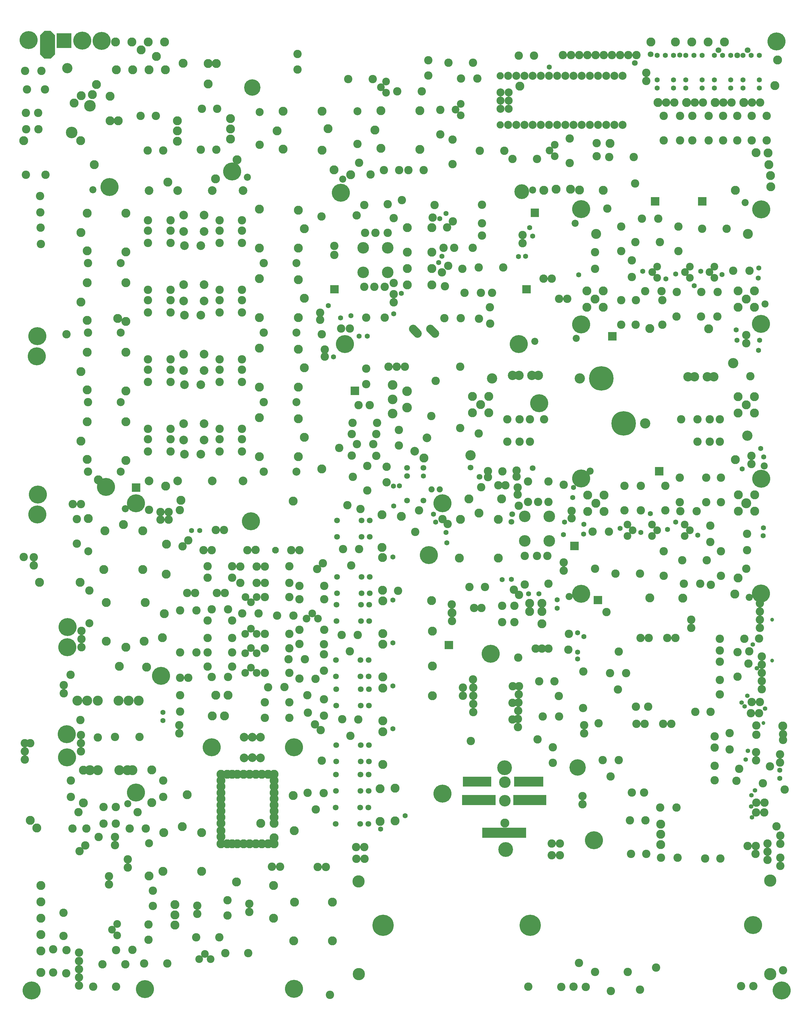
<source format=gbr>
%FSLAX34Y34*%
%MOMM*%
%LNSOLDERMASK_TOP*%
G71*
G01*
%ADD10C,2.600*%
%ADD11C,2.400*%
%ADD12C,2.800*%
%ADD13C,2.600*%
%ADD14C,5.100*%
%ADD15C,1.600*%
%ADD16C,3.100*%
%ADD17C,7.600*%
%ADD18C,3.200*%
%ADD19C,2.900*%
%ADD20C,2.600*%
%ADD21C,2.600*%
%ADD22C,5.600*%
%ADD23C,2.400*%
%ADD24C,2.600*%
%ADD25C,3.600*%
%ADD26C,2.800*%
%ADD27C,3.000*%
%ADD28C,1.800*%
%ADD29C,1.600*%
%ADD30C,2.700*%
%ADD31C,2.700*%
%ADD32C,2.500*%
%ADD33C,4.600*%
%ADD34C,2.800*%
%ADD35C,5.600*%
%ADD36C,2.700*%
%ADD37C,2.800*%
%ADD38C,2.100*%
%ADD39C,2.800*%
%ADD40C,1.600*%
%ADD41C,6.600*%
%ADD42C,3.600*%
%ADD43C,4.600*%
%ADD44C,5.100*%
%ADD45C,3.200*%
%ADD46C,1.900*%
%ADD47C,2.500*%
%ADD48C,2.250*%
%ADD49C,1.800*%
%ADD50C,1.200*%
%ADD51C,1.400*%
%ADD52C,3.800*%
%ADD53C,2.200*%
%ADD54C,3.200*%
%LPD*%
X1539984Y-301756D02*
G54D10*
D03*
X1540034Y-225506D02*
G54D10*
D03*
X1458990Y-305156D02*
G54D10*
D03*
X1459103Y-356137D02*
G54D10*
D03*
X1573290Y-330556D02*
G54D10*
D03*
X1573402Y-381536D02*
G54D10*
D03*
X1540000Y-530356D02*
G54D10*
D03*
X1540050Y-454106D02*
G54D10*
D03*
X1660721Y-273742D02*
G54D10*
D03*
X1584471Y-273692D02*
G54D10*
D03*
X1585680Y-454106D02*
G54D10*
D03*
X1585630Y-530356D02*
G54D10*
D03*
X1717783Y-301757D02*
G54D10*
D03*
X1717833Y-225507D02*
G54D10*
D03*
X1615115Y-426272D02*
G54D10*
D03*
X1712680Y-428706D02*
G54D10*
D03*
X1712630Y-504956D02*
G54D10*
D03*
X1788880Y-428706D02*
G54D10*
D03*
X1788830Y-504956D02*
G54D10*
D03*
X1839680Y-428706D02*
G54D10*
D03*
X1839630Y-504956D02*
G54D10*
D03*
X1939151Y-362661D02*
G54D10*
D03*
X1888170Y-362774D02*
G54D10*
D03*
X1867696Y-231938D02*
G54D10*
D03*
X1791446Y-231888D02*
G54D10*
D03*
X1652355Y-349331D02*
G54D11*
D03*
X1636455Y-366906D02*
G54D11*
D03*
X1652389Y-384522D02*
G54D11*
D03*
X1753955Y-349331D02*
G54D11*
D03*
X1738055Y-366906D02*
G54D11*
D03*
X1753989Y-384522D02*
G54D11*
D03*
X1830154Y-349331D02*
G54D11*
D03*
X1814254Y-366906D02*
G54D11*
D03*
X1830190Y-384522D02*
G54D11*
D03*
X1433255Y-425431D02*
G54D12*
D03*
X1484055Y-425431D02*
G54D12*
D03*
X1458655Y-450831D02*
G54D12*
D03*
X1484055Y-476231D02*
G54D12*
D03*
X1433255Y-476231D02*
G54D12*
D03*
X1903154Y-425431D02*
G54D12*
D03*
X1953954Y-425431D02*
G54D12*
D03*
X1928554Y-450831D02*
G54D12*
D03*
X1953954Y-476231D02*
G54D12*
D03*
X1903154Y-476231D02*
G54D12*
D03*
X1604681Y-201122D02*
G54D10*
D03*
X1655661Y-201009D02*
G54D10*
D03*
X1540000Y-530356D02*
G54D13*
D03*
X1415578Y-170738D02*
G54D14*
D03*
X1665915Y-426272D02*
G54D10*
D03*
X1668230Y-454106D02*
G54D10*
D03*
X1668180Y-530356D02*
G54D10*
D03*
X1497230Y-168956D02*
G54D10*
D03*
X1408455Y-374731D02*
G54D15*
D03*
X1585630Y-530356D02*
G54D13*
D03*
X1668180Y-530356D02*
G54D13*
D03*
X1712630Y-504956D02*
G54D13*
D03*
X1788830Y-504956D02*
G54D13*
D03*
X1975411Y-171531D02*
G54D14*
D03*
X1415578Y-529512D02*
G54D14*
D03*
X1974776Y-527925D02*
G54D14*
D03*
X1465605Y-247731D02*
G54D15*
D03*
X1462429Y-247730D02*
G54D16*
D03*
X1934154Y-247730D02*
G54D16*
D03*
X1548205Y-836972D02*
G54D17*
D03*
X1478355Y-697272D02*
G54D17*
D03*
X1411680Y-697272D02*
G54D18*
D03*
X1614880Y-836972D02*
G54D18*
D03*
X1202805Y-687172D02*
G54D19*
D03*
X1282805Y-687172D02*
G54D20*
D03*
X1747805Y-692172D02*
G54D20*
D03*
X1827805Y-692172D02*
G54D20*
D03*
X1282805Y-687172D02*
G54D19*
D03*
X1747805Y-692172D02*
G54D19*
D03*
X1827805Y-692172D02*
G54D12*
D03*
X1222805Y-687172D02*
G54D19*
D03*
X1262805Y-687172D02*
G54D19*
D03*
X1767805Y-692172D02*
G54D19*
D03*
X1807805Y-692172D02*
G54D19*
D03*
X1078380Y-803502D02*
G54D12*
D03*
X1078380Y-752702D02*
G54D12*
D03*
X1103780Y-778102D02*
G54D12*
D03*
X1129180Y-752702D02*
G54D12*
D03*
X1129180Y-803502D02*
G54D12*
D03*
X1078380Y-804772D02*
G54D21*
D03*
X1129180Y-804772D02*
G54D13*
D03*
X1903880Y-804772D02*
G54D12*
D03*
X1903880Y-753972D02*
G54D12*
D03*
X1929280Y-779372D02*
G54D12*
D03*
X1954680Y-753972D02*
G54D12*
D03*
X1954680Y-804772D02*
G54D12*
D03*
X1903880Y-804772D02*
G54D21*
D03*
X1954680Y-804772D02*
G54D13*
D03*
X1777338Y-893409D02*
G54D10*
D03*
X1777338Y-823559D02*
G54D10*
D03*
X1847188Y-893409D02*
G54D10*
D03*
X1847188Y-823559D02*
G54D10*
D03*
X1815438Y-823559D02*
G54D10*
D03*
X1815438Y-893409D02*
G54D10*
D03*
X1847188Y-893409D02*
G54D13*
D03*
X1847188Y-823559D02*
G54D13*
D03*
X1186787Y-893409D02*
G54D10*
D03*
X1186787Y-823559D02*
G54D10*
D03*
X1256637Y-893409D02*
G54D10*
D03*
X1256638Y-823558D02*
G54D10*
D03*
X1224887Y-823558D02*
G54D10*
D03*
X1224887Y-893408D02*
G54D10*
D03*
X1256638Y-893409D02*
G54D13*
D03*
X1256638Y-823558D02*
G54D13*
D03*
X1827805Y-692172D02*
G54D19*
D03*
X1301088Y-823559D02*
G54D21*
D03*
X1726538Y-823559D02*
G54D21*
D03*
X1942080Y-690447D02*
G54D21*
D03*
X1097530Y-868246D02*
G54D21*
D03*
X1078380Y-753972D02*
G54D13*
D03*
X1129180Y-753971D02*
G54D13*
D03*
X1903880Y-753972D02*
G54D13*
D03*
X1954680Y-753972D02*
G54D13*
D03*
X1954680Y-804772D02*
G54D13*
D03*
X1415578Y-1007350D02*
G54D14*
D03*
X1975411Y-1008143D02*
G54D22*
D03*
X1415579Y-1366125D02*
G54D22*
D03*
X1974776Y-1364538D02*
G54D14*
D03*
X1929154Y-1084343D02*
G54D16*
D03*
X738555Y-367271D02*
G54D23*
D03*
X814754Y-367271D02*
G54D23*
D03*
X814755Y-291071D02*
G54D23*
D03*
X738555Y-291071D02*
G54D23*
D03*
X814667Y-156048D02*
G54D10*
D03*
X814667Y-244948D02*
G54D10*
D03*
X776567Y-244948D02*
G54D10*
D03*
X744817Y-244948D02*
G54D10*
D03*
X805024Y-507838D02*
G54D10*
D03*
X741524Y-412588D02*
G54D10*
D03*
X773274Y-412588D02*
G54D10*
D03*
X805024Y-412588D02*
G54D10*
D03*
X833506Y-400300D02*
G54D10*
D03*
X741524Y-158588D02*
G54D10*
D03*
X859117Y-143348D02*
G54D10*
D03*
X1021545Y-291038D02*
G54D10*
D03*
X1078695Y-291038D02*
G54D10*
D03*
X1107395Y-214838D02*
G54D10*
D03*
X1107395Y-157688D02*
G54D10*
D03*
X1046345Y-356661D02*
G54D10*
D03*
X992393Y-410542D02*
G54D10*
D03*
X1046345Y-356661D02*
G54D13*
D03*
X1174120Y-352610D02*
G54D10*
D03*
X1097871Y-352560D02*
G54D10*
D03*
X1174120Y-352609D02*
G54D13*
D03*
X1053295Y-430738D02*
G54D10*
D03*
X1104095Y-430738D02*
G54D10*
D03*
X1104095Y-430738D02*
G54D10*
D03*
X1132702Y-526844D02*
G54D10*
D03*
X1132590Y-475863D02*
G54D10*
D03*
X1132702Y-526844D02*
G54D10*
D03*
X1107395Y-252938D02*
G54D10*
D03*
X1139145Y-430738D02*
G54D10*
D03*
X988525Y-291038D02*
G54D10*
D03*
X999445Y-227538D02*
G54D10*
D03*
X875749Y-229032D02*
G54D12*
D03*
X951949Y-229032D02*
G54D12*
D03*
X875749Y-305232D02*
G54D12*
D03*
X875749Y-356032D02*
G54D12*
D03*
X875749Y-406832D02*
G54D12*
D03*
X951949Y-305232D02*
G54D12*
D03*
X951949Y-356032D02*
G54D12*
D03*
X951949Y-406832D02*
G54D12*
D03*
X951949Y-229032D02*
G54D10*
D03*
X1098200Y-511836D02*
G54D10*
D03*
X1041980Y-509591D02*
G54D10*
D03*
X1041980Y-509591D02*
G54D10*
D03*
X991180Y-509591D02*
G54D10*
D03*
G54D24*
X961364Y-557313D02*
X947222Y-543171D01*
G54D24*
X907389Y-557313D02*
X893247Y-543171D01*
X649055Y-285037D02*
G54D21*
D03*
X649055Y-313612D02*
G54D21*
D03*
X960205Y-158037D02*
G54D21*
D03*
X738554Y-291072D02*
G54D25*
D03*
X738555Y-367271D02*
G54D25*
D03*
X814754Y-367271D02*
G54D25*
D03*
X814755Y-291071D02*
G54D25*
D03*
X1317033Y-1125473D02*
G54D23*
D03*
X1240834Y-1125473D02*
G54D23*
D03*
X1240833Y-1201673D02*
G54D23*
D03*
X1317034Y-1201673D02*
G54D23*
D03*
X1240921Y-1336696D02*
G54D10*
D03*
X1240921Y-1247796D02*
G54D10*
D03*
X1279021Y-1247796D02*
G54D10*
D03*
X1310771Y-1247796D02*
G54D10*
D03*
X1314065Y-1016656D02*
G54D10*
D03*
X1250565Y-1016656D02*
G54D10*
D03*
X1314064Y-1080156D02*
G54D10*
D03*
X1282315Y-1080156D02*
G54D10*
D03*
X1250565Y-1080156D02*
G54D10*
D03*
X1222082Y-1092445D02*
G54D10*
D03*
X1314064Y-1334156D02*
G54D10*
D03*
X1362083Y-1293432D02*
G54D21*
D03*
X1362084Y-1268032D02*
G54D21*
D03*
X1362084Y-1026732D02*
G54D21*
D03*
X1317034Y-1201673D02*
G54D25*
D03*
X1317033Y-1125473D02*
G54D25*
D03*
X1240834Y-1125473D02*
G54D25*
D03*
X1240833Y-1201673D02*
G54D25*
D03*
X1037825Y-1255054D02*
G54D12*
D03*
X1040999Y-1134404D02*
G54D12*
D03*
X1158475Y-1255054D02*
G54D12*
D03*
X1158475Y-1134404D02*
G54D12*
D03*
X1098150Y-1114941D02*
G54D12*
D03*
X1040999Y-1134404D02*
G54D26*
D03*
X1066846Y-1070822D02*
G54D12*
D03*
X1168446Y-1070823D02*
G54D12*
D03*
X1255746Y-1394962D02*
G54D12*
D03*
X1255746Y-1420362D02*
G54D12*
D03*
X1293846Y-1420362D02*
G54D12*
D03*
X1293846Y-1458462D02*
G54D12*
D03*
X1208341Y-1402969D02*
G54D10*
D03*
X1208454Y-1453949D02*
G54D10*
D03*
X1208341Y-1402970D02*
G54D10*
D03*
X1170241Y-1402969D02*
G54D10*
D03*
X1170353Y-1453949D02*
G54D10*
D03*
X1170241Y-1402970D02*
G54D10*
D03*
X1293846Y-1394962D02*
G54D12*
D03*
X1104813Y-1035013D02*
G54D10*
D03*
X1066846Y-1070822D02*
G54D12*
D03*
X874804Y-736524D02*
G54D27*
D03*
X874804Y-787324D02*
G54D27*
D03*
X830354Y-761924D02*
G54D27*
D03*
X830354Y-806374D02*
G54D27*
D03*
X830354Y-717474D02*
G54D27*
D03*
X843054Y-660324D02*
G54D10*
D03*
X817654Y-660324D02*
G54D10*
D03*
X868454Y-660324D02*
G54D10*
D03*
X781969Y-834949D02*
G54D10*
D03*
X705719Y-834899D02*
G54D10*
D03*
X703027Y-869209D02*
G54D10*
D03*
X779277Y-869259D02*
G54D10*
D03*
X718961Y-900685D02*
G54D10*
D03*
X769941Y-900573D02*
G54D10*
D03*
X747804Y-666586D02*
G54D10*
D03*
X747804Y-714386D02*
G54D10*
D03*
X751414Y-968210D02*
G54D10*
D03*
X751364Y-1044460D02*
G54D10*
D03*
X811304Y-1019274D02*
G54D10*
D03*
X811304Y-971474D02*
G54D10*
D03*
X723860Y-779430D02*
G54D10*
D03*
X758960Y-779430D02*
G54D10*
D03*
X849404Y-904974D02*
G54D10*
D03*
X849404Y-857174D02*
G54D10*
D03*
X703082Y-936856D02*
G54D10*
D03*
X779332Y-936906D02*
G54D10*
D03*
X950279Y-813279D02*
G54D10*
D03*
X811304Y-1019274D02*
G54D10*
D03*
G36*
X725754Y-722254D02*
X725754Y-748254D01*
X699754Y-748254D01*
X699754Y-722254D01*
X725754Y-722254D01*
G37*
X925604Y-974736D02*
G54D28*
D03*
X925604Y-1000136D02*
G54D29*
D03*
X874804Y-974736D02*
G54D29*
D03*
X874804Y-1000136D02*
G54D28*
D03*
X925604Y-1076336D02*
G54D29*
D03*
X874804Y-1076336D02*
G54D29*
D03*
X927636Y-943970D02*
G54D12*
D03*
X911941Y-1106475D02*
G54D21*
D03*
X874804Y-974736D02*
G54D28*
D03*
X925604Y-1076336D02*
G54D28*
D03*
X874804Y-1076336D02*
G54D28*
D03*
X139813Y-923423D02*
G54D10*
D03*
X69963Y-923423D02*
G54D10*
D03*
X139813Y-853573D02*
G54D10*
D03*
X69963Y-853573D02*
G54D10*
D03*
X69963Y-885323D02*
G54D10*
D03*
X139813Y-885323D02*
G54D10*
D03*
X183222Y-932194D02*
G54D30*
D03*
X234202Y-932082D02*
G54D30*
D03*
X362063Y-923423D02*
G54D10*
D03*
X292213Y-923423D02*
G54D10*
D03*
X362063Y-853573D02*
G54D10*
D03*
X292213Y-853573D02*
G54D10*
D03*
X292213Y-885323D02*
G54D10*
D03*
X362063Y-885323D02*
G54D10*
D03*
X244286Y-888096D02*
G54D10*
D03*
X244173Y-837116D02*
G54D10*
D03*
X180786Y-888096D02*
G54D10*
D03*
X180673Y-837116D02*
G54D10*
D03*
X362062Y-853573D02*
G54D13*
D03*
X292213Y-853573D02*
G54D13*
D03*
X244174Y-837115D02*
G54D31*
D03*
X180673Y-837115D02*
G54D13*
D03*
X139813Y-853573D02*
G54D13*
D03*
X69963Y-853573D02*
G54D13*
D03*
X180786Y-888096D02*
G54D30*
D03*
X180673Y-837116D02*
G54D30*
D03*
X244173Y-837116D02*
G54D30*
D03*
X244286Y-888096D02*
G54D30*
D03*
X416276Y-819131D02*
G54D12*
D03*
X536926Y-822305D02*
G54D12*
D03*
X416276Y-939781D02*
G54D12*
D03*
X536926Y-939781D02*
G54D12*
D03*
X555738Y-879456D02*
G54D12*
D03*
X429783Y-986060D02*
G54D32*
D03*
X531383Y-986060D02*
G54D32*
D03*
X536926Y-822305D02*
G54D12*
D03*
X1282Y-951870D02*
G54D12*
D03*
X-119368Y-948696D02*
G54D12*
D03*
X1282Y-831219D02*
G54D12*
D03*
X-119368Y-831219D02*
G54D12*
D03*
X-138181Y-891544D02*
G54D12*
D03*
X-119368Y-948696D02*
G54D12*
D03*
X-119368Y-831219D02*
G54D12*
D03*
X-116317Y-986060D02*
G54D32*
D03*
X-14717Y-986060D02*
G54D32*
D03*
X429783Y-986060D02*
G54D10*
D03*
X-116317Y-986060D02*
G54D10*
D03*
X139813Y-707523D02*
G54D10*
D03*
X69963Y-707523D02*
G54D10*
D03*
X139813Y-637673D02*
G54D10*
D03*
X69963Y-637673D02*
G54D10*
D03*
X69963Y-669423D02*
G54D10*
D03*
X139813Y-669423D02*
G54D10*
D03*
X183222Y-716294D02*
G54D30*
D03*
X234202Y-716182D02*
G54D30*
D03*
X362063Y-707523D02*
G54D10*
D03*
X292213Y-707523D02*
G54D10*
D03*
X362063Y-637673D02*
G54D10*
D03*
X292213Y-637673D02*
G54D10*
D03*
X292213Y-669423D02*
G54D10*
D03*
X362063Y-669423D02*
G54D10*
D03*
X244286Y-672196D02*
G54D10*
D03*
X244173Y-621216D02*
G54D10*
D03*
X180786Y-672196D02*
G54D10*
D03*
X180673Y-621216D02*
G54D10*
D03*
X362062Y-637673D02*
G54D13*
D03*
X292213Y-637673D02*
G54D13*
D03*
X244174Y-621215D02*
G54D31*
D03*
X180673Y-621215D02*
G54D13*
D03*
X139813Y-637673D02*
G54D13*
D03*
X69963Y-637673D02*
G54D13*
D03*
X180786Y-672196D02*
G54D30*
D03*
X180673Y-621216D02*
G54D30*
D03*
X244173Y-621216D02*
G54D30*
D03*
X244286Y-672196D02*
G54D30*
D03*
X416276Y-603231D02*
G54D12*
D03*
X536926Y-606405D02*
G54D12*
D03*
X416276Y-723881D02*
G54D12*
D03*
X536926Y-723881D02*
G54D12*
D03*
X555738Y-663556D02*
G54D12*
D03*
X429783Y-770160D02*
G54D32*
D03*
X531383Y-770160D02*
G54D32*
D03*
X536926Y-606405D02*
G54D12*
D03*
X1282Y-735970D02*
G54D12*
D03*
X-119368Y-732796D02*
G54D12*
D03*
X1282Y-615320D02*
G54D12*
D03*
X-119368Y-615320D02*
G54D12*
D03*
X-138181Y-675644D02*
G54D12*
D03*
X-119368Y-732796D02*
G54D12*
D03*
X-119368Y-615320D02*
G54D12*
D03*
X-116317Y-770160D02*
G54D32*
D03*
X-14717Y-770160D02*
G54D32*
D03*
X429783Y-770160D02*
G54D10*
D03*
X-116317Y-770160D02*
G54D10*
D03*
X139813Y-491623D02*
G54D10*
D03*
X69963Y-491623D02*
G54D10*
D03*
X139813Y-421773D02*
G54D10*
D03*
X69963Y-421773D02*
G54D10*
D03*
X69963Y-453523D02*
G54D10*
D03*
X139813Y-453523D02*
G54D10*
D03*
X183222Y-500394D02*
G54D30*
D03*
X234202Y-500282D02*
G54D30*
D03*
X362063Y-491623D02*
G54D10*
D03*
X292213Y-491623D02*
G54D10*
D03*
X362063Y-421773D02*
G54D10*
D03*
X292213Y-421773D02*
G54D10*
D03*
X292213Y-453523D02*
G54D10*
D03*
X362063Y-453523D02*
G54D10*
D03*
X244286Y-456296D02*
G54D10*
D03*
X244173Y-405316D02*
G54D10*
D03*
X180786Y-456296D02*
G54D10*
D03*
X180673Y-405316D02*
G54D10*
D03*
X362062Y-421773D02*
G54D13*
D03*
X292213Y-421773D02*
G54D13*
D03*
X244174Y-405315D02*
G54D31*
D03*
X180673Y-405315D02*
G54D13*
D03*
X139813Y-421773D02*
G54D13*
D03*
X69963Y-421773D02*
G54D13*
D03*
X180786Y-456296D02*
G54D30*
D03*
X180673Y-405315D02*
G54D30*
D03*
X244173Y-405316D02*
G54D30*
D03*
X244286Y-456296D02*
G54D30*
D03*
X416276Y-387331D02*
G54D12*
D03*
X536926Y-390505D02*
G54D12*
D03*
X416276Y-507981D02*
G54D12*
D03*
X536926Y-507981D02*
G54D12*
D03*
X555738Y-447656D02*
G54D12*
D03*
X429783Y-554261D02*
G54D32*
D03*
X531383Y-554260D02*
G54D32*
D03*
X536926Y-390505D02*
G54D12*
D03*
X1282Y-520070D02*
G54D12*
D03*
X-119368Y-516896D02*
G54D12*
D03*
X1282Y-399420D02*
G54D12*
D03*
X-119368Y-399420D02*
G54D12*
D03*
X-138181Y-459744D02*
G54D12*
D03*
X-119368Y-516896D02*
G54D12*
D03*
X-119368Y-399420D02*
G54D12*
D03*
X-116317Y-554261D02*
G54D32*
D03*
X-14717Y-554260D02*
G54D32*
D03*
X429783Y-554260D02*
G54D10*
D03*
X-116317Y-554261D02*
G54D10*
D03*
X139813Y-275723D02*
G54D10*
D03*
X69963Y-275723D02*
G54D10*
D03*
X139813Y-205873D02*
G54D10*
D03*
X69963Y-205873D02*
G54D10*
D03*
X69963Y-237623D02*
G54D10*
D03*
X139813Y-237623D02*
G54D10*
D03*
X183222Y-284494D02*
G54D30*
D03*
X234202Y-284382D02*
G54D30*
D03*
X362063Y-275723D02*
G54D10*
D03*
X292213Y-275723D02*
G54D10*
D03*
X362063Y-205873D02*
G54D10*
D03*
X292213Y-205873D02*
G54D10*
D03*
X292213Y-237623D02*
G54D10*
D03*
X362063Y-237623D02*
G54D10*
D03*
X244286Y-240396D02*
G54D10*
D03*
X244173Y-189416D02*
G54D10*
D03*
X180786Y-240396D02*
G54D10*
D03*
X180673Y-189416D02*
G54D10*
D03*
X362062Y-205873D02*
G54D13*
D03*
X292213Y-205873D02*
G54D13*
D03*
X244174Y-189415D02*
G54D31*
D03*
X180673Y-189415D02*
G54D13*
D03*
X139813Y-205873D02*
G54D13*
D03*
X69963Y-205873D02*
G54D13*
D03*
X180786Y-240396D02*
G54D30*
D03*
X180673Y-189416D02*
G54D30*
D03*
X244173Y-189416D02*
G54D30*
D03*
X244286Y-240396D02*
G54D30*
D03*
X416276Y-171431D02*
G54D12*
D03*
X536926Y-174605D02*
G54D12*
D03*
X416276Y-292081D02*
G54D12*
D03*
X536926Y-292081D02*
G54D12*
D03*
X555738Y-231756D02*
G54D12*
D03*
X429783Y-338360D02*
G54D32*
D03*
X531383Y-338360D02*
G54D32*
D03*
X536926Y-174605D02*
G54D12*
D03*
X1282Y-304170D02*
G54D12*
D03*
X-119368Y-300996D02*
G54D12*
D03*
X1282Y-183520D02*
G54D12*
D03*
X-119368Y-183520D02*
G54D12*
D03*
X-138181Y-243844D02*
G54D12*
D03*
X-119368Y-300996D02*
G54D12*
D03*
X-119368Y-183520D02*
G54D12*
D03*
X-116317Y-338361D02*
G54D32*
D03*
X-14717Y-338360D02*
G54D32*
D03*
X429783Y-338360D02*
G54D10*
D03*
X-116317Y-338360D02*
G54D10*
D03*
X364937Y-1015096D02*
G54D30*
D03*
X364937Y-1015096D02*
G54D30*
D03*
X269687Y-1015096D02*
G54D30*
D03*
X269687Y-1015096D02*
G54D30*
D03*
X161737Y-1015096D02*
G54D30*
D03*
X161737Y-1015096D02*
G54D30*
D03*
X72837Y-1015096D02*
G54D30*
D03*
X72837Y-1015096D02*
G54D30*
D03*
X364937Y-113396D02*
G54D30*
D03*
X364937Y-113396D02*
G54D30*
D03*
X269687Y-113396D02*
G54D30*
D03*
X269687Y-113396D02*
G54D30*
D03*
X161737Y-113396D02*
G54D30*
D03*
X161737Y-113396D02*
G54D30*
D03*
X72837Y-113396D02*
G54D30*
D03*
X72837Y-113396D02*
G54D30*
D03*
X-183799Y-559926D02*
G54D21*
D03*
X609951Y-559926D02*
G54D21*
D03*
X1221904Y-589838D02*
G54D22*
D03*
X1231428Y-116763D02*
G54D33*
D03*
X682153Y-589838D02*
G54D22*
D03*
X669453Y-119937D02*
G54D22*
D03*
X61100Y-1392612D02*
G54D12*
D03*
X57926Y-1513262D02*
G54D12*
D03*
X-59550Y-1392612D02*
G54D12*
D03*
X-59550Y-1513262D02*
G54D12*
D03*
X776Y-1532074D02*
G54D12*
D03*
X-67099Y-1290743D02*
G54D12*
D03*
X-63925Y-1170093D02*
G54D12*
D03*
X53550Y-1290743D02*
G54D12*
D03*
X53550Y-1170093D02*
G54D12*
D03*
X-6774Y-1150806D02*
G54D12*
D03*
X-112179Y-1355319D02*
G54D32*
D03*
X-112179Y-1456919D02*
G54D32*
D03*
X-112179Y-1355319D02*
G54D10*
D03*
X-115977Y-1132124D02*
G54D32*
D03*
X-115976Y-1233724D02*
G54D32*
D03*
X-115977Y-1132124D02*
G54D10*
D03*
X-115977Y-1132124D02*
G54D12*
D03*
X57926Y-1513262D02*
G54D12*
D03*
X53550Y-1170093D02*
G54D12*
D03*
X-63926Y-1170093D02*
G54D12*
D03*
X53550Y-1170093D02*
G54D12*
D03*
X32311Y-1084343D02*
G54D14*
D03*
X984811Y-1084343D02*
G54D14*
D03*
X32311Y-1982868D02*
G54D14*
D03*
X984811Y-1986043D02*
G54D22*
D03*
X1068866Y-1344662D02*
G54D10*
D03*
X1116666Y-1344663D02*
G54D10*
D03*
X1068866Y-1344662D02*
G54D10*
D03*
X1977462Y-1560253D02*
G54D21*
D03*
X1977463Y-1585653D02*
G54D21*
D03*
X1960000Y-1774566D02*
G54D21*
D03*
X1960000Y-1803141D02*
G54D21*
D03*
X1946278Y-1701503D02*
G54D21*
D03*
X1971678Y-1701502D02*
G54D21*
D03*
X950844Y-1386844D02*
G54D34*
D03*
X954019Y-1482094D02*
G54D34*
D03*
X954019Y-1590044D02*
G54D34*
D03*
X954019Y-1682119D02*
G54D34*
D03*
X523450Y-1842582D02*
G54D35*
D03*
X267749Y-1842682D02*
G54D35*
D03*
X368474Y-1810757D02*
G54D36*
D03*
X393850Y-1810882D02*
G54D36*
D03*
X419293Y-1810857D02*
G54D36*
D03*
X616555Y-1744498D02*
G54D10*
D03*
X616380Y-1693506D02*
G54D10*
D03*
X318624Y-1680632D02*
G54D37*
D03*
X269224Y-1744732D02*
G54D37*
D03*
X307224Y-1744732D02*
G54D37*
D03*
X280524Y-1680632D02*
G54D37*
D03*
X169350Y-1731482D02*
G54D10*
D03*
X169225Y-1680566D02*
G54D10*
D03*
X432875Y-1702907D02*
G54D10*
D03*
X509124Y-1702957D02*
G54D10*
D03*
X166775Y-1799607D02*
G54D10*
D03*
X166774Y-1774107D02*
G54D10*
D03*
X432874Y-1750532D02*
G54D10*
D03*
X509124Y-1750582D02*
G54D10*
D03*
X407474Y-1331432D02*
G54D10*
D03*
X356558Y-1331557D02*
G54D10*
D03*
X372550Y-1375882D02*
G54D11*
D03*
X390124Y-1391782D02*
G54D11*
D03*
X407740Y-1375847D02*
G54D11*
D03*
X378900Y-1229832D02*
G54D10*
D03*
X404324Y-1229782D02*
G54D10*
D03*
X432874Y-1375882D02*
G54D10*
D03*
X509050Y-1375882D02*
G54D10*
D03*
X255074Y-1315557D02*
G54D10*
D03*
X331324Y-1315607D02*
G54D10*
D03*
X413824Y-1426682D02*
G54D10*
D03*
X362908Y-1426807D02*
G54D10*
D03*
X407474Y-1490182D02*
G54D11*
D03*
X389874Y-1474282D02*
G54D11*
D03*
X372284Y-1490216D02*
G54D11*
D03*
X407850Y-1550582D02*
G54D11*
D03*
X389874Y-1534607D02*
G54D11*
D03*
X372284Y-1550542D02*
G54D11*
D03*
X432874Y-1490182D02*
G54D10*
D03*
X509050Y-1490182D02*
G54D10*
D03*
X407474Y-1610882D02*
G54D11*
D03*
X389874Y-1594932D02*
G54D11*
D03*
X372284Y-1610867D02*
G54D11*
D03*
X255074Y-1547332D02*
G54D10*
D03*
X331324Y-1547382D02*
G54D10*
D03*
X255283Y-1591511D02*
G54D10*
D03*
X331533Y-1591561D02*
G54D10*
D03*
X432874Y-1610832D02*
G54D10*
D03*
X509149Y-1610882D02*
G54D10*
D03*
X494196Y-1655622D02*
G54D10*
D03*
X443279Y-1655747D02*
G54D10*
D03*
X432874Y-1534632D02*
G54D10*
D03*
X509124Y-1534682D02*
G54D10*
D03*
X590150Y-1629482D02*
G54D21*
D03*
X565166Y-1680414D02*
G54D21*
D03*
X540267Y-1629368D02*
G54D21*
D03*
X597974Y-1442557D02*
G54D11*
D03*
X580174Y-1426757D02*
G54D11*
D03*
X562784Y-1442592D02*
G54D11*
D03*
X242374Y-1229832D02*
G54D10*
D03*
X267949Y-1229882D02*
G54D10*
D03*
X540824Y-1340957D02*
G54D10*
D03*
X617074Y-1341007D02*
G54D10*
D03*
X540824Y-1382232D02*
G54D10*
D03*
X617074Y-1382282D02*
G54D10*
D03*
X521774Y-1433032D02*
G54D10*
D03*
X470858Y-1433157D02*
G54D10*
D03*
X540824Y-1477482D02*
G54D10*
D03*
X617074Y-1477532D02*
G54D10*
D03*
X616974Y-1604507D02*
G54D10*
D03*
X616862Y-1553526D02*
G54D10*
D03*
X617024Y-1521932D02*
G54D10*
D03*
X540750Y-1521882D02*
G54D10*
D03*
X191624Y-1363157D02*
G54D10*
D03*
X216487Y-1363470D02*
G54D10*
D03*
X220149Y-1547332D02*
G54D10*
D03*
X169174Y-1547482D02*
G54D10*
D03*
X255074Y-1502882D02*
G54D10*
D03*
X331324Y-1502932D02*
G54D10*
D03*
X318574Y-1623532D02*
G54D10*
D03*
X267600Y-1623682D02*
G54D10*
D03*
X195174Y-1626682D02*
G54D10*
D03*
X169874Y-1626382D02*
G54D10*
D03*
X220149Y-1417157D02*
G54D10*
D03*
X169174Y-1417257D02*
G54D10*
D03*
X540824Y-1229832D02*
G54D10*
D03*
X515350Y-1229832D02*
G54D10*
D03*
X255074Y-1448907D02*
G54D10*
D03*
X331324Y-1448957D02*
G54D10*
D03*
X318550Y-1413957D02*
G54D10*
D03*
X267650Y-1414157D02*
G54D10*
D03*
X283650Y-1363182D02*
G54D10*
D03*
X308550Y-1363482D02*
G54D10*
D03*
X432874Y-1331432D02*
G54D10*
D03*
X509050Y-1331432D02*
G54D10*
D03*
X432874Y-1280632D02*
G54D10*
D03*
X509050Y-1280582D02*
G54D10*
D03*
X255050Y-1280582D02*
G54D10*
D03*
X331250Y-1280582D02*
G54D10*
D03*
X407474Y-1280632D02*
G54D10*
D03*
X356558Y-1280757D02*
G54D10*
D03*
X466100Y-1229832D02*
G54D38*
D03*
X506174Y-1569246D02*
G54D10*
D03*
X557155Y-1569134D02*
G54D10*
D03*
X566274Y-1734707D02*
G54D10*
D03*
X419350Y-1875182D02*
G54D36*
D03*
X394050Y-1874982D02*
G54D36*
D03*
X368562Y-1875050D02*
G54D36*
D03*
X756600Y-1886493D02*
G54D29*
D03*
X731200Y-1886493D02*
G54D29*
D03*
X756600Y-1835693D02*
G54D29*
D03*
X731199Y-1835693D02*
G54D29*
D03*
X655000Y-1886493D02*
G54D28*
D03*
X654999Y-1835693D02*
G54D29*
D03*
X799208Y-1895376D02*
G54D12*
D03*
X799208Y-1793776D02*
G54D12*
D03*
X837401Y-1969486D02*
G54D12*
D03*
X756600Y-1713058D02*
G54D29*
D03*
X731200Y-1713058D02*
G54D29*
D03*
X756600Y-1662258D02*
G54D29*
D03*
X731200Y-1662258D02*
G54D29*
D03*
X654999Y-1713058D02*
G54D29*
D03*
X654999Y-1662258D02*
G54D29*
D03*
X723499Y-1755688D02*
G54D21*
D03*
X698516Y-1806620D02*
G54D21*
D03*
X673617Y-1755574D02*
G54D21*
D03*
X758981Y-1363808D02*
G54D29*
D03*
X733581Y-1363808D02*
G54D29*
D03*
X758981Y-1313008D02*
G54D29*
D03*
X733581Y-1313008D02*
G54D29*
D03*
X657381Y-1363808D02*
G54D29*
D03*
X657381Y-1313008D02*
G54D29*
D03*
X758981Y-1188390D02*
G54D29*
D03*
X733581Y-1188390D02*
G54D29*
D03*
X758981Y-1137590D02*
G54D29*
D03*
X733581Y-1137590D02*
G54D29*
D03*
X657381Y-1188390D02*
G54D29*
D03*
X657381Y-1137590D02*
G54D29*
D03*
X725881Y-1227051D02*
G54D21*
D03*
X700897Y-1277983D02*
G54D21*
D03*
X675998Y-1226936D02*
G54D21*
D03*
X721912Y-1493354D02*
G54D21*
D03*
X696928Y-1544286D02*
G54D21*
D03*
X672029Y-1493240D02*
G54D21*
D03*
X757393Y-1450327D02*
G54D29*
D03*
X731993Y-1450327D02*
G54D29*
D03*
X757393Y-1399527D02*
G54D29*
D03*
X731993Y-1399527D02*
G54D29*
D03*
X655793Y-1450327D02*
G54D29*
D03*
X655793Y-1399527D02*
G54D29*
D03*
X755806Y-1622571D02*
G54D29*
D03*
X730406Y-1622571D02*
G54D29*
D03*
X755806Y-1571771D02*
G54D29*
D03*
X730406Y-1571771D02*
G54D29*
D03*
X654206Y-1622571D02*
G54D29*
D03*
X654206Y-1571771D02*
G54D29*
D03*
X799208Y-1760042D02*
G54D12*
D03*
X799208Y-1658442D02*
G54D12*
D03*
X799605Y-1623914D02*
G54D12*
D03*
X799605Y-1522314D02*
G54D12*
D03*
X799605Y-1489373D02*
G54D12*
D03*
X799605Y-1387774D02*
G54D12*
D03*
X798414Y-1354832D02*
G54D12*
D03*
X798414Y-1253233D02*
G54D12*
D03*
X796827Y-1221482D02*
G54D12*
D03*
X796827Y-1119883D02*
G54D12*
D03*
X847100Y-1356038D02*
G54D21*
D03*
X609769Y-1883882D02*
G54D21*
D03*
X654999Y-1835693D02*
G54D28*
D03*
X731200Y-1886493D02*
G54D28*
D03*
X756600Y-1886493D02*
G54D28*
D03*
X731200Y-1835693D02*
G54D28*
D03*
X756600Y-1835693D02*
G54D28*
D03*
X654999Y-1713058D02*
G54D28*
D03*
X654999Y-1662258D02*
G54D28*
D03*
X731200Y-1713058D02*
G54D28*
D03*
X756600Y-1713058D02*
G54D28*
D03*
X756600Y-1662258D02*
G54D28*
D03*
X731200Y-1662259D02*
G54D28*
D03*
X730406Y-1622571D02*
G54D28*
D03*
X755806Y-1622571D02*
G54D28*
D03*
X755806Y-1571771D02*
G54D28*
D03*
X730406Y-1571771D02*
G54D28*
D03*
X654206Y-1622571D02*
G54D28*
D03*
X654206Y-1571771D02*
G54D28*
D03*
X655793Y-1450327D02*
G54D28*
D03*
X731993Y-1450327D02*
G54D28*
D03*
X655793Y-1399527D02*
G54D28*
D03*
X731993Y-1399527D02*
G54D28*
D03*
X757393Y-1399527D02*
G54D28*
D03*
X757393Y-1450327D02*
G54D28*
D03*
X657381Y-1363808D02*
G54D28*
D03*
X657381Y-1313008D02*
G54D28*
D03*
X733581Y-1363808D02*
G54D28*
D03*
X758981Y-1363808D02*
G54D28*
D03*
X758981Y-1313008D02*
G54D28*
D03*
X733581Y-1313008D02*
G54D28*
D03*
X657381Y-1188390D02*
G54D28*
D03*
X657381Y-1137590D02*
G54D28*
D03*
X733581Y-1188390D02*
G54D28*
D03*
X758981Y-1188390D02*
G54D28*
D03*
X758981Y-1137590D02*
G54D28*
D03*
X733581Y-1137590D02*
G54D28*
D03*
X721912Y-1493354D02*
G54D21*
D03*
X725880Y-1227051D02*
G54D21*
D03*
X754615Y-2080166D02*
G54D29*
D03*
X729215Y-2080166D02*
G54D29*
D03*
X754615Y-2029366D02*
G54D29*
D03*
X729215Y-2029366D02*
G54D29*
D03*
X653015Y-2080166D02*
G54D28*
D03*
X653015Y-2029366D02*
G54D29*
D03*
X653015Y-2029366D02*
G54D28*
D03*
X729215Y-2080166D02*
G54D28*
D03*
X754615Y-2080166D02*
G54D28*
D03*
X729215Y-2029366D02*
G54D28*
D03*
X754615Y-2029366D02*
G54D28*
D03*
X615946Y-1984288D02*
G54D21*
D03*
X590963Y-2035220D02*
G54D21*
D03*
X566064Y-1984174D02*
G54D21*
D03*
X791363Y-1970676D02*
G54D12*
D03*
X791362Y-2072276D02*
G54D12*
D03*
X837401Y-1969486D02*
G54D12*
D03*
X837401Y-2071086D02*
G54D12*
D03*
X755408Y-1977772D02*
G54D29*
D03*
X730008Y-1977772D02*
G54D29*
D03*
X755408Y-1926972D02*
G54D29*
D03*
X730008Y-1926972D02*
G54D29*
D03*
X653808Y-1977772D02*
G54D28*
D03*
X653808Y-1926972D02*
G54D29*
D03*
X653808Y-1926972D02*
G54D28*
D03*
X730008Y-1977772D02*
G54D28*
D03*
X755408Y-1977772D02*
G54D28*
D03*
X730008Y-1926972D02*
G54D28*
D03*
X755408Y-1926972D02*
G54D28*
D03*
X520909Y-1077850D02*
G54D34*
D03*
X520909Y-1992250D02*
G54D34*
D03*
X461894Y-2040894D02*
G54D39*
D03*
X461894Y-2021844D02*
G54D39*
D03*
X461894Y-2002794D02*
G54D39*
D03*
X461894Y-1983744D02*
G54D39*
D03*
X461894Y-1964694D02*
G54D39*
D03*
X461894Y-1945644D02*
G54D39*
D03*
X461894Y-1926594D02*
G54D39*
D03*
X461894Y-2059944D02*
G54D39*
D03*
X461894Y-2078994D02*
G54D39*
D03*
X420619Y-2078994D02*
G54D39*
D03*
X127209Y-1211200D02*
G54D12*
D03*
X856825Y-1125643D02*
G54D12*
D03*
X747874Y-507838D02*
G54D10*
D03*
X1377852Y-1489892D02*
G54D10*
D03*
X1971112Y-1420553D02*
G54D21*
D03*
X1971113Y-1445953D02*
G54D21*
D03*
X1971112Y-1471353D02*
G54D21*
D03*
X1299957Y-112422D02*
G54D12*
D03*
X1895322Y-112591D02*
G54D12*
D03*
X1895322Y-949204D02*
G54D12*
D03*
X1484107Y-112422D02*
G54D12*
D03*
X1382507Y-109247D02*
G54D12*
D03*
X1338057Y-109247D02*
G54D12*
D03*
X630032Y-471197D02*
G54D40*
D03*
X-151046Y-1133556D02*
G54D10*
D03*
X-151096Y-1209806D02*
G54D10*
D03*
X-151095Y-1209806D02*
G54D13*
D03*
X-163980Y-1087128D02*
G54D10*
D03*
X-138505Y-1087127D02*
G54D10*
D03*
X697192Y-541810D02*
G54D10*
D03*
X670204Y-541810D02*
G54D10*
D03*
X833717Y-435448D02*
G54D10*
D03*
X833717Y-460848D02*
G54D10*
D03*
X833717Y-495773D02*
G54D15*
D03*
X668617Y-508473D02*
G54D15*
D03*
X1233766Y-276698D02*
G54D10*
D03*
X1233766Y-251298D02*
G54D10*
D03*
X1256055Y-228681D02*
G54D15*
D03*
X1929092Y-562448D02*
G54D10*
D03*
X1929092Y-587848D02*
G54D10*
D03*
X1897404Y-546181D02*
G54D15*
D03*
X1944966Y-937098D02*
G54D10*
D03*
X1944966Y-962498D02*
G54D10*
D03*
X1973604Y-914481D02*
G54D15*
D03*
X1386167Y-1108548D02*
G54D10*
D03*
X1386167Y-1130773D02*
G54D10*
D03*
X1389404Y-1066881D02*
G54D15*
D03*
X1364004Y-1143081D02*
G54D15*
D03*
X1000766Y-1149355D02*
G54D10*
D03*
X985050Y-1133639D02*
G54D10*
D03*
X995704Y-1174831D02*
G54D15*
D03*
X963954Y-1143081D02*
G54D15*
D03*
X1222574Y-1368818D02*
G54D10*
D03*
X1206858Y-1353103D02*
G54D10*
D03*
X1198904Y-1320881D02*
G54D15*
D03*
X1252880Y-1365331D02*
G54D15*
D03*
X700367Y-502123D02*
G54D15*
D03*
X1265517Y-254473D02*
G54D15*
D03*
X1221067Y-317973D02*
G54D15*
D03*
X1243355Y-317581D02*
G54D15*
D03*
X1900517Y-578323D02*
G54D15*
D03*
X1970367Y-578323D02*
G54D15*
D03*
X1967254Y-609681D02*
G54D15*
D03*
X1983067Y-940273D02*
G54D15*
D03*
X1916454Y-977981D02*
G54D15*
D03*
X725767Y-565623D02*
G54D15*
D03*
X751167Y-565623D02*
G54D15*
D03*
X1392517Y-1035523D02*
G54D15*
D03*
X1360767Y-1181573D02*
G54D15*
D03*
X1170267Y-1321273D02*
G54D15*
D03*
X1284567Y-1365723D02*
G54D15*
D03*
X956748Y-1118073D02*
G54D15*
D03*
X998817Y-1206973D02*
G54D15*
D03*
X1341717Y-1410173D02*
G54D15*
D03*
X1341780Y-1384381D02*
G54D15*
D03*
X-21398Y-1697439D02*
G54D16*
D03*
X-86486Y-1697439D02*
G54D16*
D03*
X-19017Y-1913339D02*
G54D16*
D03*
X-86089Y-1913339D02*
G54D16*
D03*
X9955Y-1697439D02*
G54D16*
D03*
X-119427Y-1697439D02*
G54D16*
D03*
X21464Y-1913339D02*
G54D16*
D03*
X-32658Y-1810142D02*
G54D10*
D03*
X43592Y-1810192D02*
G54D10*
D03*
X-140368Y-1757787D02*
G54D10*
D03*
X-86486Y-1811739D02*
G54D10*
D03*
X81168Y-1912506D02*
G54D12*
D03*
X81168Y-2014105D02*
G54D12*
D03*
X-130936Y-1913339D02*
G54D12*
D03*
X-130936Y-2014939D02*
G54D12*
D03*
X117074Y-1945556D02*
G54D10*
D03*
X117186Y-1996537D02*
G54D10*
D03*
X-170263Y-1945556D02*
G54D10*
D03*
X-170151Y-1996537D02*
G54D10*
D03*
X-146546Y-2043782D02*
G54D21*
D03*
X-121647Y-2094828D02*
G54D21*
D03*
X12620Y-2094714D02*
G54D21*
D03*
X37604Y-2043782D02*
G54D21*
D03*
X62503Y-2094828D02*
G54D21*
D03*
X-30563Y-2028107D02*
G54D10*
D03*
X-30451Y-2079088D02*
G54D10*
D03*
X-68663Y-2028107D02*
G54D10*
D03*
X-68551Y-2079088D02*
G54D10*
D03*
X-32608Y-2121342D02*
G54D10*
D03*
X-83408Y-2121342D02*
G54D10*
D03*
X-149986Y-1697439D02*
G54D16*
D03*
X40514Y-1697439D02*
G54D16*
D03*
X-165180Y-2094714D02*
G54D21*
D03*
X166774Y-1774107D02*
G54D10*
D03*
X-192000Y-1674988D02*
G54D10*
D03*
X-192001Y-1649488D02*
G54D10*
D03*
X120067Y-1427125D02*
G54D12*
D03*
X800309Y-2395475D02*
G54D12*
D03*
X1257509Y-2395475D02*
G54D41*
D03*
X610583Y11956D02*
G54D12*
D03*
X489933Y15130D02*
G54D12*
D03*
X610583Y132606D02*
G54D12*
D03*
X489933Y132606D02*
G54D12*
D03*
X471121Y72282D02*
G54D12*
D03*
X489933Y15130D02*
G54D12*
D03*
X416505Y130488D02*
G54D32*
D03*
X416505Y28888D02*
G54D10*
D03*
X489933Y15130D02*
G54D12*
D03*
X914609Y14350D02*
G54D12*
D03*
X793959Y17524D02*
G54D12*
D03*
X914609Y135000D02*
G54D12*
D03*
X793959Y135000D02*
G54D12*
D03*
X775146Y74675D02*
G54D12*
D03*
X793959Y17524D02*
G54D12*
D03*
X720531Y132882D02*
G54D32*
D03*
X720531Y31282D02*
G54D10*
D03*
X793959Y17524D02*
G54D12*
D03*
X-97043Y-33047D02*
G54D12*
D03*
X-167695Y66988D02*
G54D42*
D03*
X331331Y-53815D02*
G54D22*
D03*
X-49669Y-102234D02*
G54D22*
D03*
X-60781Y-1034096D02*
G54D14*
D03*
X124618Y-1031054D02*
G54D12*
D03*
X131142Y-87058D02*
G54D12*
D03*
X279940Y-77152D02*
G54D12*
D03*
X115892Y-2227830D02*
G54D12*
D03*
X119066Y-2107180D02*
G54D12*
D03*
X236542Y-2227830D02*
G54D12*
D03*
X236542Y-2107180D02*
G54D12*
D03*
X176217Y-2088368D02*
G54D12*
D03*
X119066Y-2107180D02*
G54D12*
D03*
X236542Y-2107180D02*
G54D12*
D03*
X72705Y-2242411D02*
G54D32*
D03*
X72705Y-2140812D02*
G54D32*
D03*
X1430583Y-2586694D02*
G54D10*
D03*
X1354283Y-2586695D02*
G54D10*
D03*
X1392483Y-2585900D02*
G54D10*
D03*
X800309Y-2395475D02*
G54D41*
D03*
X1913083Y-2583916D02*
G54D10*
D03*
X1951283Y-2583915D02*
G54D10*
D03*
X1039904Y-850824D02*
G54D10*
D03*
X983341Y-367167D02*
G54D10*
D03*
X1002960Y-347548D02*
G54D10*
D03*
X1039904Y-660324D02*
G54D10*
D03*
X963704Y-704774D02*
G54D10*
D03*
X663739Y-913052D02*
G54D10*
D03*
X689139Y-1090852D02*
G54D10*
D03*
X116167Y-1759423D02*
G54D15*
D03*
X116167Y-1734023D02*
G54D15*
D03*
X176891Y-1218067D02*
G54D10*
D03*
X194922Y-1200036D02*
G54D10*
D03*
X205067Y-1168873D02*
G54D15*
D03*
X230467Y-1168873D02*
G54D15*
D03*
X522292Y-2443730D02*
G54D12*
D03*
X525466Y-2323080D02*
G54D12*
D03*
X642942Y-2443730D02*
G54D12*
D03*
X642942Y-2323080D02*
G54D12*
D03*
X525466Y-2323080D02*
G54D12*
D03*
X642942Y-2323080D02*
G54D12*
D03*
X459732Y-2372867D02*
G54D32*
D03*
X459732Y-2271267D02*
G54D32*
D03*
X222522Y-2334351D02*
G54D10*
D03*
X222522Y-2359851D02*
G54D10*
D03*
X1178279Y-1906134D02*
G54D43*
D03*
G36*
X1080828Y-1933716D02*
X1136828Y-1933716D01*
X1136828Y-1964716D01*
X1080828Y-1964716D01*
X1080828Y-1933716D01*
G37*
G36*
X1242354Y-1933716D02*
X1298354Y-1933716D01*
X1298354Y-1964716D01*
X1242354Y-1964716D01*
X1242354Y-1933716D01*
G37*
G36*
X1093919Y-1990866D02*
X1149919Y-1990866D01*
X1149919Y-2021866D01*
X1093919Y-2021866D01*
X1093919Y-1990866D01*
G37*
G36*
X1204652Y-1990865D02*
X1260652Y-1990865D01*
X1260652Y-2021865D01*
X1204652Y-2021865D01*
X1204652Y-1990865D01*
G37*
G36*
X1108213Y-2092466D02*
X1164213Y-2092466D01*
X1164213Y-2123466D01*
X1108213Y-2123466D01*
X1108213Y-2092466D01*
G37*
G36*
X1188774Y-2092465D02*
X1244774Y-2092465D01*
X1244774Y-2123465D01*
X1188774Y-2123465D01*
X1188774Y-2092465D01*
G37*
G36*
X1150279Y-2092466D02*
X1206279Y-2092466D01*
X1206279Y-2123466D01*
X1150279Y-2123466D01*
X1150279Y-2092466D01*
G37*
X1181454Y-2160134D02*
G54D43*
D03*
X-301461Y353932D02*
G54D22*
D03*
X394261Y206294D02*
G54D44*
D03*
X1455505Y-2131300D02*
G54D22*
D03*
X-291539Y-2597231D02*
G54D22*
D03*
X326010Y109834D02*
G54D12*
D03*
X326010Y78084D02*
G54D12*
D03*
X326010Y46334D02*
G54D12*
D03*
X234160Y13729D02*
G54D10*
D03*
X281960Y13729D02*
G54D10*
D03*
X237335Y140728D02*
G54D10*
D03*
X285135Y140729D02*
G54D10*
D03*
X160910Y103484D02*
G54D12*
D03*
X160910Y71734D02*
G54D12*
D03*
X160910Y39984D02*
G54D12*
D03*
X69060Y10554D02*
G54D10*
D03*
X116860Y10554D02*
G54D10*
D03*
X46835Y118504D02*
G54D10*
D03*
X94635Y118504D02*
G54D10*
D03*
X153758Y-2394506D02*
G54D12*
D03*
X153758Y-2362756D02*
G54D12*
D03*
X153759Y-2331006D02*
G54D12*
D03*
X84521Y-2287718D02*
G54D10*
D03*
X84521Y-2335518D02*
G54D10*
D03*
X72705Y-2242411D02*
G54D12*
D03*
X459732Y-2372867D02*
G54D12*
D03*
X983005Y-317581D02*
G54D15*
D03*
X973417Y-337023D02*
G54D15*
D03*
X999445Y-227538D02*
G54D10*
D03*
X1017476Y-209506D02*
G54D10*
D03*
X995705Y-184231D02*
G54D15*
D03*
X976592Y-200498D02*
G54D15*
D03*
X-51507Y-2243213D02*
G54D10*
D03*
X-110545Y149538D02*
G54D42*
D03*
X-28128Y262000D02*
G54D12*
D03*
X22672Y262000D02*
G54D12*
D03*
X73472Y262000D02*
G54D12*
D03*
X124272Y262000D02*
G54D12*
D03*
X-180529Y266365D02*
G54D45*
D03*
X244173Y-405316D02*
G54D30*
D03*
X180673Y-621216D02*
G54D30*
D03*
X244174Y-621215D02*
G54D30*
D03*
X180673Y-837116D02*
G54D30*
D03*
X244173Y-837116D02*
G54D30*
D03*
X856736Y-432273D02*
G54D15*
D03*
X1850370Y-1233519D02*
G54D10*
D03*
X1850320Y-1309770D02*
G54D10*
D03*
X1931363Y-1230119D02*
G54D10*
D03*
X1931251Y-1179138D02*
G54D10*
D03*
X1817064Y-1204719D02*
G54D10*
D03*
X1816951Y-1153738D02*
G54D10*
D03*
X1850354Y-1004919D02*
G54D10*
D03*
X1850304Y-1081170D02*
G54D10*
D03*
X1729633Y-1261533D02*
G54D10*
D03*
X1805882Y-1261583D02*
G54D10*
D03*
X1804674Y-1081170D02*
G54D10*
D03*
X1804724Y-1004919D02*
G54D10*
D03*
X1672570Y-1233518D02*
G54D10*
D03*
X1672521Y-1309768D02*
G54D10*
D03*
X1775239Y-1109003D02*
G54D10*
D03*
X1677674Y-1106570D02*
G54D10*
D03*
X1677724Y-1030319D02*
G54D10*
D03*
X1601474Y-1106570D02*
G54D10*
D03*
X1601524Y-1030319D02*
G54D10*
D03*
X1550674Y-1106570D02*
G54D10*
D03*
X1550724Y-1030319D02*
G54D10*
D03*
X1451203Y-1172614D02*
G54D10*
D03*
X1502183Y-1172501D02*
G54D10*
D03*
X1522657Y-1303338D02*
G54D10*
D03*
X1598907Y-1303387D02*
G54D10*
D03*
X1737999Y-1185944D02*
G54D11*
D03*
X1753899Y-1168369D02*
G54D11*
D03*
X1737964Y-1150754D02*
G54D11*
D03*
X1636399Y-1185944D02*
G54D11*
D03*
X1652299Y-1168370D02*
G54D11*
D03*
X1636364Y-1150754D02*
G54D11*
D03*
X1560199Y-1185944D02*
G54D11*
D03*
X1576099Y-1168369D02*
G54D11*
D03*
X1560164Y-1150753D02*
G54D11*
D03*
X1955511Y-1109050D02*
G54D12*
D03*
X1904711Y-1109050D02*
G54D12*
D03*
X1930111Y-1083650D02*
G54D12*
D03*
X1904711Y-1058250D02*
G54D12*
D03*
X1955511Y-1058250D02*
G54D12*
D03*
X1487199Y-1109844D02*
G54D12*
D03*
X1436399Y-1109844D02*
G54D12*
D03*
X1461799Y-1084444D02*
G54D12*
D03*
X1436399Y-1059044D02*
G54D12*
D03*
X1487199Y-1059044D02*
G54D12*
D03*
X1785673Y-1334154D02*
G54D10*
D03*
X1734693Y-1334266D02*
G54D10*
D03*
X1850354Y-1004919D02*
G54D13*
D03*
X1974775Y-1364538D02*
G54D14*
D03*
X1724439Y-1109003D02*
G54D10*
D03*
X1722124Y-1081169D02*
G54D10*
D03*
X1722174Y-1004919D02*
G54D10*
D03*
X1981899Y-1160544D02*
G54D15*
D03*
X1804724Y-1004919D02*
G54D13*
D03*
X1722174Y-1004919D02*
G54D13*
D03*
X1677724Y-1030319D02*
G54D13*
D03*
X1601524Y-1030319D02*
G54D13*
D03*
X1415578Y-1007350D02*
G54D14*
D03*
X1895321Y-949204D02*
G54D10*
D03*
X1424299Y-1150144D02*
G54D15*
D03*
X1928555Y-1287443D02*
G54D10*
D03*
X1458655Y-1287443D02*
G54D10*
D03*
X1495033Y-1422684D02*
G54D10*
D03*
X1539983Y-301756D02*
G54D10*
D03*
X1540033Y-225506D02*
G54D10*
D03*
X1458990Y-305156D02*
G54D10*
D03*
X1459102Y-356136D02*
G54D10*
D03*
X1573289Y-330556D02*
G54D10*
D03*
X1573401Y-381536D02*
G54D10*
D03*
X1539999Y-530355D02*
G54D10*
D03*
X1540049Y-454105D02*
G54D10*
D03*
X1660720Y-273742D02*
G54D10*
D03*
X1584470Y-273692D02*
G54D10*
D03*
X1585679Y-454106D02*
G54D10*
D03*
X1585629Y-530355D02*
G54D10*
D03*
X1717782Y-301756D02*
G54D10*
D03*
X1717832Y-225506D02*
G54D10*
D03*
X1615114Y-426272D02*
G54D10*
D03*
X1712679Y-428705D02*
G54D10*
D03*
X1712629Y-504955D02*
G54D10*
D03*
X1788879Y-428706D02*
G54D10*
D03*
X1788829Y-504956D02*
G54D10*
D03*
X1839679Y-428706D02*
G54D10*
D03*
X1839629Y-504956D02*
G54D10*
D03*
X1939150Y-362661D02*
G54D10*
D03*
X1888170Y-362774D02*
G54D10*
D03*
X1867696Y-231938D02*
G54D10*
D03*
X1791446Y-231888D02*
G54D10*
D03*
X1652354Y-349330D02*
G54D11*
D03*
X1636454Y-366905D02*
G54D11*
D03*
X1652388Y-384521D02*
G54D11*
D03*
X1753954Y-349330D02*
G54D11*
D03*
X1738054Y-366906D02*
G54D11*
D03*
X1753989Y-384521D02*
G54D11*
D03*
X1830154Y-349330D02*
G54D11*
D03*
X1814254Y-366906D02*
G54D11*
D03*
X1830188Y-384521D02*
G54D11*
D03*
X1433254Y-425430D02*
G54D12*
D03*
X1484054Y-425430D02*
G54D12*
D03*
X1458654Y-450830D02*
G54D12*
D03*
X1484054Y-476230D02*
G54D12*
D03*
X1433254Y-476230D02*
G54D12*
D03*
X1903154Y-425430D02*
G54D12*
D03*
X1953954Y-425430D02*
G54D12*
D03*
X1928554Y-450830D02*
G54D12*
D03*
X1953954Y-476230D02*
G54D12*
D03*
X1903154Y-476230D02*
G54D12*
D03*
X1604680Y-201121D02*
G54D10*
D03*
X1655660Y-201008D02*
G54D10*
D03*
X1539999Y-530355D02*
G54D13*
D03*
X1415578Y-170737D02*
G54D14*
D03*
X1665914Y-426272D02*
G54D10*
D03*
X1668229Y-454105D02*
G54D10*
D03*
X1668179Y-530355D02*
G54D10*
D03*
X1497229Y-168955D02*
G54D10*
D03*
X1408454Y-374730D02*
G54D15*
D03*
X1585629Y-530355D02*
G54D13*
D03*
X1668179Y-530355D02*
G54D13*
D03*
X1712629Y-504955D02*
G54D13*
D03*
X1788829Y-504956D02*
G54D13*
D03*
X1975410Y-171530D02*
G54D14*
D03*
X1415578Y-529512D02*
G54D22*
D03*
X1974774Y-527924D02*
G54D14*
D03*
X1966054Y-385130D02*
G54D15*
D03*
X951004Y-1041324D02*
G54D46*
D03*
X976404Y-1041324D02*
G54D46*
D03*
X1903344Y-1316994D02*
G54D12*
D03*
X331719Y-2142494D02*
G54D39*
D03*
X461894Y-2123444D02*
G54D39*
D03*
X461894Y-2142494D02*
G54D39*
D03*
X366644Y-2142494D02*
G54D39*
D03*
X385694Y-2142494D02*
G54D39*
D03*
X404744Y-2142494D02*
G54D39*
D03*
X423794Y-2142494D02*
G54D39*
D03*
X442844Y-2142494D02*
G54D39*
D03*
X347594Y-2142494D02*
G54D39*
D03*
X461894Y-2142494D02*
G54D39*
D03*
X296794Y-2120269D02*
G54D39*
D03*
X296794Y-2101219D02*
G54D39*
D03*
X296794Y-2142494D02*
G54D39*
D03*
X296794Y-1964694D02*
G54D12*
D03*
X296794Y-1945644D02*
G54D39*
D03*
X296794Y-1926594D02*
G54D39*
D03*
X296794Y-2021844D02*
G54D39*
D03*
X296794Y-2002794D02*
G54D39*
D03*
X296794Y-1983744D02*
G54D39*
D03*
X296794Y-1964694D02*
G54D39*
D03*
X296794Y-2078994D02*
G54D39*
D03*
X296794Y-2059944D02*
G54D39*
D03*
X296794Y-2040894D02*
G54D39*
D03*
X296794Y-2021844D02*
G54D39*
D03*
X524600Y-2101219D02*
G54D39*
D03*
X315844Y-2142494D02*
G54D39*
D03*
X108409Y-1111568D02*
G54D10*
D03*
X108409Y-1135084D02*
G54D10*
D03*
X133809Y-1111568D02*
G54D10*
D03*
X133809Y-1135084D02*
G54D10*
D03*
X-170651Y-1616880D02*
G54D10*
D03*
X2002636Y-1901836D02*
G54D21*
D03*
X-25960Y-2391124D02*
G54D11*
D03*
X-41859Y-2408699D02*
G54D11*
D03*
X-25925Y-2426315D02*
G54D11*
D03*
X-144530Y-2480228D02*
G54D10*
D03*
X-144581Y-2505803D02*
G54D10*
D03*
X-144581Y-2505803D02*
G54D10*
D03*
X-144631Y-2531378D02*
G54D10*
D03*
X1950011Y-2394031D02*
G54D22*
D03*
X-47778Y179509D02*
G54D12*
D03*
X-263078Y-2271650D02*
G54D12*
D03*
X-263078Y-2322450D02*
G54D12*
D03*
X-263078Y-2373250D02*
G54D12*
D03*
X-263078Y-2424050D02*
G54D12*
D03*
X-144631Y-2531378D02*
G54D10*
D03*
X-144682Y-2556952D02*
G54D10*
D03*
X-144682Y-2556952D02*
G54D10*
D03*
X-144732Y-2582527D02*
G54D10*
D03*
G36*
X1207429Y-1933716D02*
X1263429Y-1933716D01*
X1263429Y-1964716D01*
X1207429Y-1964716D01*
X1207429Y-1933716D01*
G37*
X1041292Y155461D02*
G54D11*
D03*
X1025392Y137886D02*
G54D11*
D03*
X1041327Y120270D02*
G54D11*
D03*
X1380588Y-27746D02*
G54D10*
D03*
X1380638Y48504D02*
G54D10*
D03*
X844590Y194630D02*
G54D10*
D03*
X920840Y194580D02*
G54D10*
D03*
X1285403Y-773988D02*
G54D22*
D03*
X729789Y-1102542D02*
G54D10*
D03*
X706205Y-1002587D02*
G54D21*
D03*
X1189360Y90214D02*
G54D47*
D03*
X1214760Y90214D02*
G54D47*
D03*
X1240160Y90214D02*
G54D47*
D03*
X1265560Y90214D02*
G54D47*
D03*
X1290960Y90214D02*
G54D47*
D03*
X1316360Y90214D02*
G54D47*
D03*
X1341760Y90214D02*
G54D47*
D03*
X1367160Y90214D02*
G54D47*
D03*
X1392560Y90214D02*
G54D47*
D03*
X1417960Y90214D02*
G54D47*
D03*
X1443360Y90214D02*
G54D47*
D03*
X1468760Y90214D02*
G54D47*
D03*
X1494160Y90214D02*
G54D47*
D03*
X1519560Y90214D02*
G54D47*
D03*
X1544960Y90214D02*
G54D47*
D03*
X1189360Y242614D02*
G54D47*
D03*
X1214760Y242614D02*
G54D47*
D03*
X1240160Y242614D02*
G54D47*
D03*
X1265560Y242614D02*
G54D47*
D03*
X1290960Y242614D02*
G54D47*
D03*
X1316360Y242614D02*
G54D47*
D03*
X1341760Y242614D02*
G54D47*
D03*
X1367160Y242614D02*
G54D47*
D03*
X1392560Y242614D02*
G54D47*
D03*
X1417960Y242614D02*
G54D47*
D03*
X1443360Y242614D02*
G54D47*
D03*
X1468760Y242614D02*
G54D47*
D03*
X1494160Y242614D02*
G54D47*
D03*
X1519560Y242614D02*
G54D47*
D03*
X1544960Y242614D02*
G54D47*
D03*
X1164119Y242773D02*
G54D48*
D03*
X1164119Y90373D02*
G54D48*
D03*
X1190376Y191560D02*
G54D47*
D03*
X1164976Y191560D02*
G54D47*
D03*
X1190376Y166160D02*
G54D47*
D03*
X1164976Y166160D02*
G54D47*
D03*
X1190376Y140760D02*
G54D47*
D03*
X1164976Y140760D02*
G54D47*
D03*
X629633Y78630D02*
G54D12*
D03*
X768454Y232647D02*
G54D10*
D03*
X692204Y232698D02*
G54D10*
D03*
X978028Y136920D02*
G54D10*
D03*
X977978Y60670D02*
G54D10*
D03*
X1016128Y44845D02*
G54D10*
D03*
X1016078Y-31405D02*
G54D10*
D03*
X647909Y-49150D02*
G54D12*
D03*
X1225759Y211200D02*
G54D12*
D03*
X1003340Y283530D02*
G54D10*
D03*
X1079590Y283480D02*
G54D10*
D03*
X940730Y243787D02*
G54D10*
D03*
X940729Y291587D02*
G54D10*
D03*
X1093138Y234205D02*
G54D10*
D03*
X1042158Y234093D02*
G54D10*
D03*
X1333392Y28461D02*
G54D11*
D03*
X1317492Y10886D02*
G54D11*
D03*
X1333427Y-6730D02*
G54D11*
D03*
X1202798Y-14972D02*
G54D10*
D03*
X1279048Y-15022D02*
G54D10*
D03*
X1101198Y10428D02*
G54D10*
D03*
X1177448Y10378D02*
G54D10*
D03*
X1583798Y-91172D02*
G54D10*
D03*
X2022640Y349322D02*
G54D22*
D03*
X-137553Y181150D02*
G54D12*
D03*
X-160004Y158700D02*
G54D12*
D03*
X-89928Y216075D02*
G54D12*
D03*
X-102628Y184325D02*
G54D12*
D03*
X898337Y-923021D02*
G54D30*
D03*
X936437Y-881746D02*
G54D30*
D03*
X809517Y225311D02*
G54D11*
D03*
X793617Y207736D02*
G54D11*
D03*
X809552Y190120D02*
G54D11*
D03*
X-47778Y103309D02*
G54D12*
D03*
X-22378Y103309D02*
G54D12*
D03*
X257022Y281109D02*
G54D12*
D03*
X282422Y281109D02*
G54D12*
D03*
X257022Y217609D02*
G54D12*
D03*
X534330Y262837D02*
G54D10*
D03*
X534329Y310637D02*
G54D10*
D03*
X264315Y-2499922D02*
G54D11*
D03*
X246740Y-2484023D02*
G54D11*
D03*
X229125Y-2499958D02*
G54D11*
D03*
X635340Y-2611015D02*
G54D10*
D03*
X830542Y-1251423D02*
G54D15*
D03*
X833717Y-1092673D02*
G54D15*
D03*
X830542Y-1384773D02*
G54D15*
D03*
X830542Y-1518123D02*
G54D15*
D03*
X830542Y-1651473D02*
G54D15*
D03*
X830542Y-1784823D02*
G54D15*
D03*
X792442Y-2095973D02*
G54D15*
D03*
X868642Y-2054698D02*
G54D15*
D03*
X-31304Y347725D02*
G54D12*
D03*
X19496Y347725D02*
G54D12*
D03*
X70296Y347725D02*
G54D12*
D03*
X121096Y347725D02*
G54D12*
D03*
X1708596Y347725D02*
G54D12*
D03*
X1759396Y347725D02*
G54D12*
D03*
X1810196Y347725D02*
G54D12*
D03*
X1860996Y347725D02*
G54D12*
D03*
X1632396Y347725D02*
G54D12*
D03*
X95696Y303275D02*
G54D12*
D03*
X1652521Y204673D02*
G54D29*
D03*
X1652521Y230073D02*
G54D29*
D03*
X1703321Y204673D02*
G54D29*
D03*
X1703321Y230073D02*
G54D29*
D03*
X1652521Y306273D02*
G54D29*
D03*
X1703321Y306273D02*
G54D29*
D03*
X1741421Y204673D02*
G54D29*
D03*
X1741421Y230073D02*
G54D29*
D03*
X1792221Y204673D02*
G54D29*
D03*
X1792221Y230073D02*
G54D29*
D03*
X1741421Y306273D02*
G54D29*
D03*
X1792221Y306273D02*
G54D29*
D03*
X1830321Y204673D02*
G54D29*
D03*
X1830321Y230073D02*
G54D29*
D03*
X1881121Y204673D02*
G54D29*
D03*
X1881121Y230073D02*
G54D29*
D03*
X1830321Y306273D02*
G54D29*
D03*
X1881121Y306273D02*
G54D29*
D03*
X1919221Y204673D02*
G54D29*
D03*
X1919221Y230073D02*
G54D29*
D03*
X1970021Y204673D02*
G54D29*
D03*
X1970021Y230073D02*
G54D29*
D03*
X1919221Y306273D02*
G54D29*
D03*
X1970021Y306273D02*
G54D29*
D03*
X1672688Y42104D02*
G54D10*
D03*
X1672738Y118354D02*
G54D10*
D03*
X1761588Y42104D02*
G54D10*
D03*
X1761638Y118354D02*
G54D10*
D03*
X1856838Y42104D02*
G54D10*
D03*
X1856888Y118354D02*
G54D10*
D03*
X1812388Y42104D02*
G54D10*
D03*
X1812438Y118354D02*
G54D10*
D03*
X1723488Y42104D02*
G54D10*
D03*
X1723538Y118354D02*
G54D10*
D03*
X1901288Y42104D02*
G54D10*
D03*
X1901338Y118354D02*
G54D10*
D03*
X1992728Y42104D02*
G54D10*
D03*
X1992778Y118354D02*
G54D10*
D03*
X1945738Y42104D02*
G54D10*
D03*
X1945788Y118354D02*
G54D10*
D03*
X1654339Y160223D02*
G54D21*
D03*
X1679739Y160223D02*
G54D21*
D03*
X1705139Y160223D02*
G54D21*
D03*
X1743239Y160223D02*
G54D21*
D03*
X1768639Y160223D02*
G54D21*
D03*
X1794039Y160223D02*
G54D21*
D03*
X1832139Y160223D02*
G54D21*
D03*
X1857539Y160223D02*
G54D21*
D03*
X1882939Y160223D02*
G54D21*
D03*
X1921039Y160223D02*
G54D21*
D03*
X1946439Y160223D02*
G54D21*
D03*
X1971839Y160223D02*
G54D21*
D03*
X1654339Y160223D02*
G54D12*
D03*
X1743239Y160223D02*
G54D12*
D03*
X1832139Y160223D02*
G54D12*
D03*
X1921039Y160223D02*
G54D12*
D03*
X1582397Y282725D02*
G54D49*
D03*
X2017708Y212725D02*
G54D12*
D03*
X1893124Y-1366319D02*
G54D12*
D03*
X1628951Y-541817D02*
G54D12*
D03*
X1812307Y-542611D02*
G54D12*
D03*
X1410670Y-111605D02*
G54D12*
D03*
X1974775Y-527925D02*
G54D22*
D03*
X1975411Y-171531D02*
G54D22*
D03*
X1415578Y-170737D02*
G54D22*
D03*
X1415579Y-1007350D02*
G54D22*
D03*
X1974776Y-1364538D02*
G54D22*
D03*
X984811Y-1084343D02*
G54D22*
D03*
X32311Y-1084343D02*
G54D22*
D03*
X-60781Y-1034096D02*
G54D22*
D03*
X32311Y-1982868D02*
G54D22*
D03*
X1628952Y-1378430D02*
G54D12*
D03*
X1731345Y-1379224D02*
G54D12*
D03*
X191412Y-1989361D02*
G54D12*
D03*
X172362Y-1074961D02*
G54D12*
D03*
X1887930Y-649647D02*
G54D18*
D03*
X1071955Y-935397D02*
G54D18*
D03*
X1932380Y-875072D02*
G54D18*
D03*
X1138630Y-697272D02*
G54D18*
D03*
X1083475Y-1409865D02*
G54D10*
D03*
X1105700Y-1409864D02*
G54D10*
D03*
X1126337Y-984415D02*
G54D10*
D03*
X1126338Y-1003464D02*
G54D10*
D03*
X1215237Y-982827D02*
G54D10*
D03*
X1215238Y-1001877D02*
G54D10*
D03*
X1158088Y-1028865D02*
G54D10*
D03*
X1180312Y-1028864D02*
G54D10*
D03*
X1218943Y-1035481D02*
G54D10*
D03*
X1218943Y-1057706D02*
G54D10*
D03*
X1265517Y-975198D02*
G54D28*
D03*
X1071842Y-973610D02*
G54D28*
D03*
X1198842Y-1141886D02*
G54D28*
D03*
X1202017Y-1118073D02*
G54D28*
D03*
X1100417Y-1002186D02*
G54D28*
D03*
X1171584Y-985457D02*
G54D21*
D03*
X-23881Y-510544D02*
G54D12*
D03*
X-306384Y200260D02*
G54D10*
D03*
X-250646Y200260D02*
G54D10*
D03*
X1221585Y305828D02*
G54D10*
D03*
X1269385Y305829D02*
G54D10*
D03*
X1316837Y269710D02*
G54D15*
D03*
X-271022Y76966D02*
G54D10*
D03*
X-271134Y127946D02*
G54D10*
D03*
X-309122Y76966D02*
G54D10*
D03*
X-309234Y127946D02*
G54D10*
D03*
X-261446Y258258D02*
G54D10*
D03*
X-312426Y258146D02*
G54D10*
D03*
X605116Y-514822D02*
G54D10*
D03*
X605116Y-492598D02*
G54D10*
D03*
X619404Y-629122D02*
G54D10*
D03*
X619404Y-606898D02*
G54D10*
D03*
X645907Y-629947D02*
G54D40*
D03*
X833717Y-198910D02*
G54D10*
D03*
X954367Y-197323D02*
G54D10*
D03*
X384454Y-2353941D02*
G54D10*
D03*
X384454Y-2328542D02*
G54D10*
D03*
X1359573Y307425D02*
G54D10*
D03*
X1384973Y307425D02*
G54D10*
D03*
X1410373Y307425D02*
G54D10*
D03*
X1435773Y307425D02*
G54D10*
D03*
X1461173Y307425D02*
G54D10*
D03*
X1486573Y307425D02*
G54D10*
D03*
X1511973Y307425D02*
G54D10*
D03*
X1384973Y307425D02*
G54D10*
D03*
X2026046Y292100D02*
G54D12*
D03*
X73484Y-1104921D02*
G54D10*
D03*
X168734Y-1105715D02*
G54D10*
D03*
X1818712Y-1338003D02*
G54D21*
D03*
X1901568Y-1623438D02*
G54D10*
D03*
X1901618Y-1547188D02*
G54D10*
D03*
X2009212Y-1572953D02*
G54D50*
D03*
X1901618Y-1547188D02*
G54D10*
D03*
X1901568Y-1623438D02*
G54D10*
D03*
X1846604Y-1576468D02*
G54D10*
D03*
X1846604Y-1541543D02*
G54D10*
D03*
X1846604Y-1633618D02*
G54D10*
D03*
X1846604Y-1678068D02*
G54D10*
D03*
X1586254Y-1716168D02*
G54D10*
D03*
X1624354Y-1716168D02*
G54D10*
D03*
X1846971Y-1505339D02*
G54D10*
D03*
X1923221Y-1505389D02*
G54D10*
D03*
X1938679Y-1544718D02*
G54D10*
D03*
X1935901Y-1582818D02*
G54D10*
D03*
X1770541Y-1732012D02*
G54D10*
D03*
X1818341Y-1732013D02*
G54D10*
D03*
X1770541Y-1732012D02*
G54D10*
D03*
X1600764Y-1502478D02*
G54D10*
D03*
X1626263Y-1502478D02*
G54D10*
D03*
X1683314Y-1502478D02*
G54D10*
D03*
X1708813Y-1502478D02*
G54D10*
D03*
X1943101Y-1736428D02*
G54D21*
D03*
X1968501Y-1736428D02*
G54D21*
D03*
X1830729Y-1843168D02*
G54D10*
D03*
X1830729Y-1808243D02*
G54D10*
D03*
X1830729Y-1900318D02*
G54D10*
D03*
X1830729Y-1944768D02*
G54D10*
D03*
X1573554Y-1982868D02*
G54D10*
D03*
X1611654Y-1982868D02*
G54D10*
D03*
X1588064Y-1769178D02*
G54D10*
D03*
X1613563Y-1769178D02*
G54D10*
D03*
X1670614Y-1769178D02*
G54D10*
D03*
X1696113Y-1769178D02*
G54D10*
D03*
X1959480Y-1883394D02*
G54D10*
D03*
X1959480Y-1857894D02*
G54D10*
D03*
X1555350Y-1612020D02*
G54D21*
D03*
X1530366Y-1662952D02*
G54D21*
D03*
X1505467Y-1611905D02*
G54D21*
D03*
X1877389Y-1849244D02*
G54D10*
D03*
X1877276Y-1798264D02*
G54D10*
D03*
X1960565Y-2014241D02*
G54D21*
D03*
X1985965Y-2014240D02*
G54D21*
D03*
X1959772Y-2044802D02*
G54D21*
D03*
X1985172Y-2044801D02*
G54D21*
D03*
X1898594Y-1946753D02*
G54D10*
D03*
X1906929Y-1909050D02*
G54D10*
D03*
X1424892Y-1799361D02*
G54D10*
D03*
X1424943Y-1773786D02*
G54D10*
D03*
X1420130Y-2019230D02*
G54D10*
D03*
X1420180Y-1993655D02*
G54D10*
D03*
X1532331Y-1881894D02*
G54D21*
D03*
X1507347Y-1932826D02*
G54D21*
D03*
X1482448Y-1881780D02*
G54D21*
D03*
X1757871Y-1471542D02*
G54D10*
D03*
X1757921Y-1445967D02*
G54D10*
D03*
X1376265Y-1539104D02*
G54D10*
D03*
X1469885Y-1767732D02*
G54D10*
D03*
X1421466Y-1720107D02*
G54D10*
D03*
X1293672Y-1535957D02*
G54D10*
D03*
X1223039Y-1652825D02*
G54D10*
D03*
X1222245Y-1678225D02*
G54D10*
D03*
X1222245Y-1678225D02*
G54D10*
D03*
X1221451Y-1703625D02*
G54D10*
D03*
X1221451Y-1703625D02*
G54D10*
D03*
X1220658Y-1729025D02*
G54D10*
D03*
X1220657Y-1729024D02*
G54D10*
D03*
X1219864Y-1754425D02*
G54D10*
D03*
X1219864Y-1754425D02*
G54D10*
D03*
X1219070Y-1779825D02*
G54D10*
D03*
X1203591Y-1652826D02*
G54D10*
D03*
X1202798Y-1704418D02*
G54D10*
D03*
X1202401Y-1755616D02*
G54D10*
D03*
X1533092Y-1545128D02*
G54D10*
D03*
X1422761Y-1607040D02*
G54D10*
D03*
X718164Y-190388D02*
G54D21*
D03*
X608626Y-193562D02*
G54D21*
D03*
X480519Y-2213412D02*
G54D10*
D03*
X455119Y-2213412D02*
G54D10*
D03*
X622600Y-2214206D02*
G54D10*
D03*
X597201Y-2214206D02*
G54D10*
D03*
X742456Y-2188411D02*
G54D10*
D03*
X717057Y-2188411D02*
G54D10*
D03*
X741663Y-2151898D02*
G54D10*
D03*
X716263Y-2151898D02*
G54D10*
D03*
X1349675Y-2177694D02*
G54D10*
D03*
X1324276Y-2177694D02*
G54D10*
D03*
X1349675Y-2141580D02*
G54D10*
D03*
X1324276Y-2141580D02*
G54D10*
D03*
X1677921Y306273D02*
G54D29*
D03*
X1766821Y306273D02*
G54D29*
D03*
X1855721Y306273D02*
G54D29*
D03*
X1944621Y306273D02*
G54D29*
D03*
X791363Y-1970676D02*
G54D12*
D03*
X799208Y-1895376D02*
G54D12*
D03*
X799208Y-1760042D02*
G54D12*
D03*
X799605Y-1623914D02*
G54D12*
D03*
X799605Y-1489373D02*
G54D12*
D03*
X798415Y-1354833D02*
G54D12*
D03*
X796827Y-1221483D02*
G54D12*
D03*
X588716Y-1771072D02*
G54D10*
D03*
X606677Y-1789032D02*
G54D10*
D03*
X1080572Y-1682019D02*
G54D10*
D03*
X1080572Y-1656620D02*
G54D10*
D03*
X595356Y-1288824D02*
G54D10*
D03*
X613316Y-1270864D02*
G54D10*
D03*
X2004065Y-67347D02*
G54D12*
D03*
X1998907Y-33216D02*
G54D12*
D03*
X1409239Y-2512244D02*
G54D10*
D03*
X114511Y-1501738D02*
G54D12*
D03*
X126415Y-1304862D02*
G54D12*
D03*
X65069Y-1593431D02*
G54D12*
D03*
X-19069Y-1591050D02*
G54D12*
D03*
X900121Y-1173576D02*
G54D21*
D03*
X459732Y-2271267D02*
G54D12*
D03*
X1579099Y-9500D02*
G54D10*
D03*
X1502850Y-9450D02*
G54D10*
D03*
X1463956Y33412D02*
G54D10*
D03*
X1463956Y-7069D02*
G54D10*
D03*
X1505953Y32606D02*
G54D12*
D03*
X1959615Y4090D02*
G54D12*
D03*
X1996921Y3296D02*
G54D12*
D03*
X1946506Y-2060316D02*
G54D51*
D03*
X1944124Y-2026184D02*
G54D51*
D03*
X1955975Y-1975855D02*
G54D51*
D03*
X1944918Y-1991260D02*
G54D51*
D03*
X1924225Y-1715507D02*
G54D51*
D03*
X1987725Y-1721857D02*
G54D51*
D03*
X1914756Y-1703128D02*
G54D51*
D03*
X1932614Y-1682094D02*
G54D51*
D03*
X1927400Y-1880607D02*
G54D51*
D03*
X-139112Y41566D02*
G54D12*
D03*
X-316118Y41566D02*
G54D12*
D03*
X-296274Y-2069016D02*
G54D12*
D03*
X-32608Y-2146742D02*
G54D10*
D03*
X-32608Y-2121342D02*
G54D10*
D03*
X1598913Y-2594811D02*
G54D10*
D03*
X1252044Y-2586080D02*
G54D10*
D03*
X2022639Y-2087802D02*
G54D21*
D03*
X1560518Y-2540011D02*
G54D21*
D03*
X1458918Y-2540011D02*
G54D21*
D03*
X2042715Y-1776412D02*
G54D12*
D03*
G36*
X-265245Y368819D02*
X-251790Y382274D01*
X-232700Y382274D01*
X-219245Y368819D01*
X-219245Y309729D01*
X-232700Y296274D01*
X-251790Y296274D01*
X-265245Y309729D01*
X-265245Y368819D01*
G37*
X1080573Y-1732819D02*
G54D10*
D03*
X1080572Y-1707419D02*
G54D10*
D03*
X1080572Y-1682019D02*
G54D10*
D03*
X1048822Y-1656620D02*
G54D10*
D03*
X1048822Y-1682020D02*
G54D10*
D03*
X1178438Y-2008130D02*
G54D42*
D03*
X1178438Y-1950980D02*
G54D42*
D03*
X1178438Y-2077980D02*
G54D12*
D03*
X1328080Y-1890608D02*
G54D10*
D03*
X1328080Y-1842808D02*
G54D10*
D03*
X1285085Y-1637272D02*
G54D10*
D03*
X1332885Y-1637271D02*
G54D10*
D03*
X1346561Y-1683240D02*
G54D10*
D03*
X1347138Y-1746995D02*
G54D10*
D03*
X1296158Y-1747107D02*
G54D10*
D03*
X850373Y-49770D02*
G54D10*
D03*
X802573Y-49771D02*
G54D10*
D03*
X926573Y-49770D02*
G54D10*
D03*
X878773Y-49771D02*
G54D10*
D03*
X725517Y-27331D02*
G54D10*
D03*
X761646Y-63300D02*
G54D10*
D03*
X699483Y-64244D02*
G54D12*
D03*
X1800784Y-2187814D02*
G54D10*
D03*
X1848584Y-2187814D02*
G54D10*
D03*
G36*
X1778962Y-133921D02*
X1804962Y-133921D01*
X1804962Y-159921D01*
X1778962Y-159921D01*
X1778962Y-133921D01*
G37*
G36*
X1632912Y-133921D02*
X1658912Y-133921D01*
X1658912Y-159921D01*
X1632912Y-159921D01*
X1632912Y-133921D01*
G37*
G36*
X1499562Y-553021D02*
X1525562Y-553021D01*
X1525562Y-579021D01*
X1499562Y-579021D01*
X1499562Y-553021D01*
G37*
G36*
X635962Y-406971D02*
X661962Y-406971D01*
X661962Y-432971D01*
X635962Y-432971D01*
X635962Y-406971D01*
G37*
G36*
X1232862Y-406971D02*
X1258862Y-406971D01*
X1258862Y-432971D01*
X1232862Y-432971D01*
X1232862Y-406971D01*
G37*
G36*
X1645612Y-972121D02*
X1671612Y-972121D01*
X1671612Y-998121D01*
X1645612Y-998121D01*
X1645612Y-972121D01*
G37*
G36*
X1382087Y-1203896D02*
X1408087Y-1203896D01*
X1408087Y-1229896D01*
X1382087Y-1229896D01*
X1382087Y-1203896D01*
G37*
G36*
X1455112Y-1372171D02*
X1481112Y-1372171D01*
X1481112Y-1398171D01*
X1455112Y-1398171D01*
X1455112Y-1372171D01*
G37*
G36*
X991562Y-1511871D02*
X1017562Y-1511871D01*
X1017562Y-1537871D01*
X991562Y-1537871D01*
X991562Y-1511871D01*
G37*
G36*
X20012Y-1022921D02*
X46012Y-1022921D01*
X46012Y-1048921D01*
X20012Y-1048921D01*
X20012Y-1022921D01*
G37*
X1013541Y-1398575D02*
G54D21*
D03*
X346251Y-17942D02*
G54D12*
D03*
X-84633Y-1011654D02*
G54D12*
D03*
X179021Y281832D02*
G54D12*
D03*
X48846Y323106D02*
G54D12*
D03*
X-263098Y-2474862D02*
G54D12*
D03*
X-267067Y-1330275D02*
G54D12*
D03*
X-140861Y-1330275D02*
G54D12*
D03*
X-275401Y-2093068D02*
G54D12*
D03*
X2039310Y-2598025D02*
G54D22*
D03*
X-142832Y-2165124D02*
G54D10*
D03*
X-124872Y-2147164D02*
G54D10*
D03*
X1324275Y-386598D02*
G54D10*
D03*
X1298876Y-386598D02*
G54D10*
D03*
X1372694Y-449305D02*
G54D10*
D03*
X1347294Y-449305D02*
G54D10*
D03*
X724461Y-2259091D02*
G54D52*
D03*
X725255Y-2547224D02*
G54D52*
D03*
X2003192Y-2256712D02*
G54D52*
D03*
X2003192Y-2547224D02*
G54D52*
D03*
X1722768Y307067D02*
G54D40*
D03*
X1631884Y309845D02*
G54D28*
D03*
X1900965Y306273D02*
G54D28*
D03*
X1511973Y307425D02*
G54D10*
D03*
X1537374Y307425D02*
G54D10*
D03*
X1537374Y307425D02*
G54D10*
D03*
X1562774Y307425D02*
G54D10*
D03*
X1562774Y307425D02*
G54D10*
D03*
X1588174Y307425D02*
G54D10*
D03*
X331719Y-1926594D02*
G54D39*
D03*
X461894Y-1926594D02*
G54D39*
D03*
X366644Y-1926594D02*
G54D39*
D03*
X385694Y-1926594D02*
G54D39*
D03*
X404744Y-1926594D02*
G54D39*
D03*
X423794Y-1926594D02*
G54D39*
D03*
X442844Y-1926594D02*
G54D39*
D03*
X347594Y-1926594D02*
G54D39*
D03*
X461894Y-1926594D02*
G54D39*
D03*
X296794Y-1926594D02*
G54D39*
D03*
X315844Y-1926594D02*
G54D39*
D03*
X5986Y-1913339D02*
G54D16*
D03*
X-110298Y-1913339D02*
G54D16*
D03*
X1134830Y-1551862D02*
G54D22*
D03*
X1617941Y226540D02*
G54D10*
D03*
X1617941Y251939D02*
G54D10*
D03*
X2034266Y-1889597D02*
G54D10*
D03*
X2034266Y-1864198D02*
G54D10*
D03*
X2033431Y-1913225D02*
G54D15*
D03*
X1404705Y-1905081D02*
G54D44*
D03*
X1079382Y-1631616D02*
G54D10*
D03*
X1014265Y-1424643D02*
G54D12*
D03*
X1014266Y-1450143D02*
G54D10*
D03*
X1014265Y-1424643D02*
G54D10*
D03*
X1013868Y-1398449D02*
G54D10*
D03*
X1958478Y-2148723D02*
G54D10*
D03*
X1933078Y-2148723D02*
G54D10*
D03*
X1994969Y-2192016D02*
G54D10*
D03*
X1994969Y-2166616D02*
G54D10*
D03*
X1957663Y-2173748D02*
G54D10*
D03*
X1994970Y-2167013D02*
G54D10*
D03*
X1994970Y-2141613D02*
G54D10*
D03*
X2034657Y-2142005D02*
G54D10*
D03*
X2034657Y-2116606D02*
G54D10*
D03*
X2034656Y-2211062D02*
G54D10*
D03*
X2034656Y-2185662D02*
G54D10*
D03*
G36*
X1259056Y-169640D02*
X1285056Y-169640D01*
X1285056Y-195640D01*
X1259056Y-195640D01*
X1259056Y-169640D01*
G37*
X2043196Y-1801937D02*
G54D10*
D03*
X-285471Y-1277617D02*
G54D10*
D03*
X-285471Y-1252217D02*
G54D10*
D03*
X-316427Y-1251026D02*
G54D10*
D03*
X-51507Y-2243213D02*
G54D10*
D03*
X-51507Y-2268612D02*
G54D10*
D03*
X-248987Y-64747D02*
G54D10*
D03*
X-309884Y-64747D02*
G54D10*
D03*
X-265069Y-181002D02*
G54D10*
D03*
X-265181Y-130022D02*
G54D10*
D03*
X-263481Y-279428D02*
G54D10*
D03*
X-263593Y-228448D02*
G54D10*
D03*
X-136758Y-1531384D02*
G54D21*
D03*
X-136758Y-1505983D02*
G54D21*
D03*
X-136758Y-1480583D02*
G54D21*
D03*
X390100Y-1140907D02*
G54D22*
D03*
X942550Y-1245682D02*
G54D22*
D03*
X110700Y-1620332D02*
G54D22*
D03*
X-263098Y-2541537D02*
G54D12*
D03*
X851242Y-1030766D02*
G54D15*
D03*
X832192Y-1031559D02*
G54D15*
D03*
X1607414Y-364446D02*
G54D15*
D03*
X1678851Y-387464D02*
G54D15*
D03*
X1709808Y-372383D02*
G54D15*
D03*
X1766958Y-408896D02*
G54D15*
D03*
X1787595Y-364446D02*
G54D15*
D03*
X1853873Y-374368D02*
G54D15*
D03*
X1967642Y-354174D02*
G54D15*
D03*
X1601064Y-1174864D02*
G54D15*
D03*
X1536770Y-1162164D02*
G54D15*
D03*
X1684408Y-1166133D02*
G54D15*
D03*
X1631226Y-1116920D02*
G54D15*
D03*
X1778070Y-1183596D02*
G54D15*
D03*
X1709808Y-1143114D02*
G54D15*
D03*
X1423505Y-1180307D02*
G54D15*
D03*
X1981512Y-1185069D02*
G54D15*
D03*
X-138742Y-1855234D02*
G54D21*
D03*
X-138742Y-1829833D02*
G54D21*
D03*
X-138742Y-1804433D02*
G54D21*
D03*
X1843021Y322942D02*
G54D28*
D03*
X1933508Y322148D02*
G54D28*
D03*
X1968360Y-1504207D02*
G54D10*
D03*
X1314310Y-1535957D02*
G54D10*
D03*
X1274622Y-1535957D02*
G54D10*
D03*
X1405280Y-1486775D02*
G54D15*
D03*
X1405280Y-1547100D02*
G54D15*
D03*
X1424329Y-1498681D02*
G54D15*
D03*
X1405279Y-1567737D02*
G54D15*
D03*
X1397342Y-214790D02*
G54D53*
D03*
X1400517Y-572772D02*
G54D53*
D03*
X1987495Y-465615D02*
G54D53*
D03*
X1925976Y-150496D02*
G54D53*
D03*
X675030Y-78264D02*
G54D53*
D03*
X1271929Y-581900D02*
G54D53*
D03*
X1264786Y-112000D02*
G54D53*
D03*
X1378292Y-1374062D02*
G54D53*
D03*
X1444173Y-984331D02*
G54D53*
D03*
X1984539Y-968218D02*
G54D53*
D03*
X1937886Y-1376443D02*
G54D53*
D03*
X-452Y-1101806D02*
G54D53*
D03*
X6692Y-2017397D02*
G54D53*
D03*
X-101258Y-111206D02*
G54D53*
D03*
X378960Y-72312D02*
G54D53*
D03*
X305894Y-1167648D02*
G54D10*
D03*
X280494Y-1167648D02*
G54D10*
D03*
X2033431Y-1938625D02*
G54D15*
D03*
X1977464Y-1611053D02*
G54D21*
D03*
X1977464Y-1611053D02*
G54D21*
D03*
X1977465Y-1636453D02*
G54D21*
D03*
X1977465Y-1636453D02*
G54D21*
D03*
X1977466Y-1661853D02*
G54D21*
D03*
X1971112Y-1395153D02*
G54D21*
D03*
X1971113Y-1420553D02*
G54D21*
D03*
X2009212Y-1445953D02*
G54D50*
D03*
X609714Y-977881D02*
G54D12*
D03*
X1933750Y-1853620D02*
G54D51*
D03*
X1962325Y-1596444D02*
G54D51*
D03*
X1949625Y-1523420D02*
G54D51*
D03*
X2005177Y-101839D02*
G54D12*
D03*
X1508289Y-2598977D02*
G54D21*
D03*
X1648384Y-2526746D02*
G54D10*
D03*
X1982719Y-1767209D02*
G54D50*
D03*
G36*
X1048679Y-1933716D02*
X1104679Y-1933716D01*
X1104679Y-1964716D01*
X1048679Y-1964716D01*
X1048679Y-1933716D01*
G37*
G36*
X1045504Y-1990866D02*
X1101504Y-1990866D01*
X1101504Y-2021866D01*
X1045504Y-2021866D01*
X1045504Y-1990866D01*
G37*
G36*
X1251879Y-1990866D02*
X1307879Y-1990866D01*
X1307879Y-2021866D01*
X1251879Y-2021866D01*
X1251879Y-1990866D01*
G37*
X1280550Y-1817428D02*
G54D10*
D03*
X1662685Y-2080917D02*
G54D12*
D03*
X1662684Y-2112667D02*
G54D12*
D03*
X1662685Y-2144417D02*
G54D12*
D03*
X1570835Y-2173847D02*
G54D10*
D03*
X1618635Y-2173847D02*
G54D10*
D03*
X1567660Y-2069072D02*
G54D10*
D03*
X1615460Y-2069072D02*
G54D10*
D03*
X1664268Y-2185412D02*
G54D10*
D03*
X1715249Y-2185299D02*
G54D10*
D03*
X1661094Y-2029836D02*
G54D10*
D03*
X1712074Y-2029724D02*
G54D10*
D03*
X60489Y-2593659D02*
G54D22*
D03*
X523642Y-2592468D02*
G54D22*
D03*
X-100679Y-2585702D02*
G54D10*
D03*
X-29183Y-2585760D02*
G54D10*
D03*
X71029Y-2440379D02*
G54D10*
D03*
X71029Y-2392579D02*
G54D10*
D03*
X6630Y-2215828D02*
G54D10*
D03*
X6629Y-2190429D02*
G54D10*
D03*
X219599Y-2432508D02*
G54D10*
D03*
X219599Y-2432508D02*
G54D10*
D03*
X291095Y-2432567D02*
G54D10*
D03*
X310086Y-2481720D02*
G54D10*
D03*
X310086Y-2481720D02*
G54D10*
D03*
X381582Y-2481780D02*
G54D10*
D03*
X317091Y-2364974D02*
G54D10*
D03*
X317090Y-2317173D02*
G54D10*
D03*
X344638Y-2260948D02*
G54D12*
D03*
X21787Y-2471839D02*
G54D10*
D03*
X-29194Y-2471951D02*
G54D10*
D03*
X-192709Y-2428096D02*
G54D10*
D03*
X-192651Y-2356600D02*
G54D10*
D03*
X-225165Y-2470094D02*
G54D10*
D03*
X-225223Y-2541590D02*
G54D10*
D03*
X-183890Y-2472475D02*
G54D10*
D03*
X-183948Y-2543971D02*
G54D10*
D03*
X-295769Y-1829636D02*
G54D10*
D03*
X-313253Y-1854672D02*
G54D10*
D03*
X-313253Y-1829273D02*
G54D10*
D03*
X-313252Y-1880071D02*
G54D10*
D03*
X-313253Y-1854672D02*
G54D10*
D03*
X1980412Y-1954224D02*
G54D21*
D03*
X2043118Y-2535249D02*
G54D21*
D03*
X2048278Y-1973274D02*
G54D21*
D03*
X2043196Y-1819400D02*
G54D10*
D03*
X1073286Y-1823139D02*
G54D10*
D03*
X1220130Y-1563582D02*
G54D10*
D03*
X58071Y-2513470D02*
G54D10*
D03*
X129566Y-2513528D02*
G54D10*
D03*
X-596Y-2516336D02*
G54D10*
D03*
X-72092Y-2516278D02*
G54D10*
D03*
X-180970Y-1531552D02*
G54D22*
D03*
X-179779Y-1469242D02*
G54D22*
D03*
X-182580Y-1801414D02*
G54D22*
D03*
X-181366Y-1874054D02*
G54D22*
D03*
X-275426Y-628264D02*
G54D22*
D03*
X-274235Y-565955D02*
G54D22*
D03*
X-273838Y-1119596D02*
G54D22*
D03*
X-272648Y-1057286D02*
G54D22*
D03*
X-134144Y352424D02*
G54D22*
D03*
X-74613Y351234D02*
G54D22*
D03*
G36*
X-214048Y374974D02*
X-168048Y374974D01*
X-168048Y328974D01*
X-214048Y328974D01*
X-214048Y374974D01*
G37*
X-242162Y312890D02*
G54D54*
D03*
M02*

</source>
